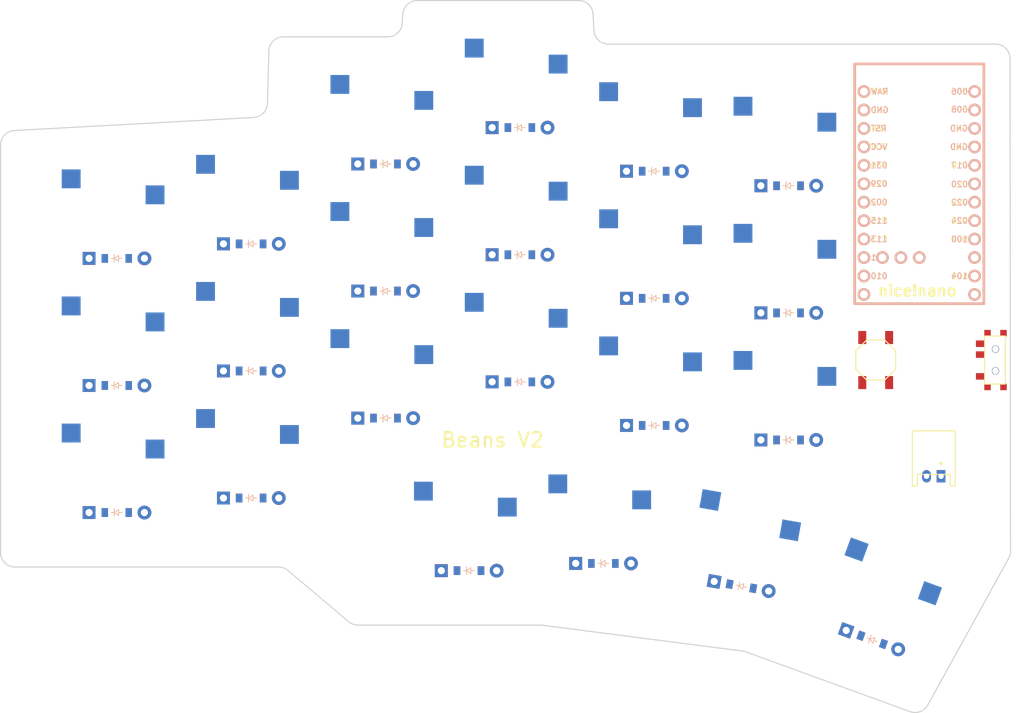
<source format=kicad_pcb>


(kicad_pcb (version 20171130) (host pcbnew 5.1.6)

  (page A3)
  (title_block
    (title "left")
    (rev "v1.0.0")
    (company "Unknown")
  )

  (general
    (thickness 1.6)
  )

  (layers
    (0 F.Cu signal)
    (31 B.Cu signal)
    (32 B.Adhes user)
    (33 F.Adhes user)
    (34 B.Paste user)
    (35 F.Paste user)
    (36 B.SilkS user)
    (37 F.SilkS user)
    (38 B.Mask user)
    (39 F.Mask user)
    (40 Dwgs.User user)
    (41 Cmts.User user)
    (42 Eco1.User user)
    (43 Eco2.User user)
    (44 Edge.Cuts user)
    (45 Margin user)
    (46 B.CrtYd user)
    (47 F.CrtYd user)
    (48 B.Fab user)
    (49 F.Fab user)
  )

  (setup
    (last_trace_width 0.25)
    (trace_clearance 0.2)
    (zone_clearance 0.508)
    (zone_45_only no)
    (trace_min 0.2)
    (via_size 0.8)
    (via_drill 0.4)
    (via_min_size 0.4)
    (via_min_drill 0.3)
    (uvia_size 0.3)
    (uvia_drill 0.1)
    (uvias_allowed no)
    (uvia_min_size 0.2)
    (uvia_min_drill 0.1)
    (edge_width 0.05)
    (segment_width 0.2)
    (pcb_text_width 0.3)
    (pcb_text_size 1.5 1.5)
    (mod_edge_width 0.12)
    (mod_text_size 1 1)
    (mod_text_width 0.15)
    (pad_size 1.524 1.524)
    (pad_drill 0.762)
    (pad_to_mask_clearance 0.05)
    (aux_axis_origin 0 0)
    (visible_elements FFFFFF7F)
    (pcbplotparams
      (layerselection 0x010fc_ffffffff)
      (usegerberextensions false)
      (usegerberattributes true)
      (usegerberadvancedattributes true)
      (creategerberjobfile true)
      (excludeedgelayer true)
      (linewidth 0.100000)
      (plotframeref false)
      (viasonmask false)
      (mode 1)
      (useauxorigin false)
      (hpglpennumber 1)
      (hpglpenspeed 20)
      (hpglpendiameter 15.000000)
      (psnegative false)
      (psa4output false)
      (plotreference true)
      (plotvalue true)
      (plotinvisibletext false)
      (padsonsilk false)
      (subtractmaskfromsilk false)
      (outputformat 1)
      (mirror false)
      (drillshape 1)
      (scaleselection 1)
      (outputdirectory ""))
  )

  (net 0 "")
(net 1 "P104")
(net 2 "first_bottom")
(net 3 "first_home")
(net 4 "first_top")
(net 5 "P113")
(net 6 "second_bottom")
(net 7 "second_home")
(net 8 "second_top")
(net 9 "P115")
(net 10 "third_bottom")
(net 11 "third_home")
(net 12 "third_top")
(net 13 "P002")
(net 14 "fourth_bottom")
(net 15 "fourth_home")
(net 16 "fourth_top")
(net 17 "P029")
(net 18 "fifth_bottom")
(net 19 "fifth_home")
(net 20 "fifth_top")
(net 21 "P031")
(net 22 "sixth_bottom")
(net 23 "sixth_home")
(net 24 "sixth_top")
(net 25 "first_only")
(net 26 "second_only")
(net 27 "third_only")
(net 28 "fourth_only")
(net 29 "P009")
(net 30 "P010")
(net 31 "P111")
(net 32 "P106")
(net 33 "RAW")
(net 34 "GND")
(net 35 "RST")
(net 36 "VCC")
(net 37 "P006")
(net 38 "P008")
(net 39 "P017")
(net 40 "P020")
(net 41 "P022")
(net 42 "P024")
(net 43 "P100")
(net 44 "P011")
(net 45 "P101")
(net 46 "P102")
(net 47 "P107")
(net 48 "pos")

  (net_class Default "This is the default net class."
    (clearance 0.2)
    (trace_width 0.25)
    (via_dia 0.8)
    (via_drill 0.4)
    (uvia_dia 0.3)
    (uvia_drill 0.1)
    (add_net "")
(add_net "P104")
(add_net "first_bottom")
(add_net "first_home")
(add_net "first_top")
(add_net "P113")
(add_net "second_bottom")
(add_net "second_home")
(add_net "second_top")
(add_net "P115")
(add_net "third_bottom")
(add_net "third_home")
(add_net "third_top")
(add_net "P002")
(add_net "fourth_bottom")
(add_net "fourth_home")
(add_net "fourth_top")
(add_net "P029")
(add_net "fifth_bottom")
(add_net "fifth_home")
(add_net "fifth_top")
(add_net "P031")
(add_net "sixth_bottom")
(add_net "sixth_home")
(add_net "sixth_top")
(add_net "first_only")
(add_net "second_only")
(add_net "third_only")
(add_net "fourth_only")
(add_net "P009")
(add_net "P010")
(add_net "P111")
(add_net "P106")
(add_net "RAW")
(add_net "GND")
(add_net "RST")
(add_net "VCC")
(add_net "P006")
(add_net "P008")
(add_net "P017")
(add_net "P020")
(add_net "P022")
(add_net "P024")
(add_net "P100")
(add_net "P011")
(add_net "P101")
(add_net "P102")
(add_net "P107")
(add_net "pos")
  )

  
        
      (module PG1350 (layer F.Cu) (tedit 5DD50112)
      (at 100 82.5 0)

      
      (fp_text reference "S1" (at 0 0) (layer F.SilkS) hide (effects (font (size 1.27 1.27) (thickness 0.15))))
      (fp_text value "" (at 0 0) (layer F.SilkS) hide (effects (font (size 1.27 1.27) (thickness 0.15))))

      
      (fp_line (start -7 -6) (end -7 -7) (layer Dwgs.User) (width 0.15))
      (fp_line (start -7 7) (end -6 7) (layer Dwgs.User) (width 0.15))
      (fp_line (start -6 -7) (end -7 -7) (layer Dwgs.User) (width 0.15))
      (fp_line (start -7 7) (end -7 6) (layer Dwgs.User) (width 0.15))
      (fp_line (start 7 6) (end 7 7) (layer Dwgs.User) (width 0.15))
      (fp_line (start 7 -7) (end 6 -7) (layer Dwgs.User) (width 0.15))
      (fp_line (start 6 7) (end 7 7) (layer Dwgs.User) (width 0.15))
      (fp_line (start 7 -7) (end 7 -6) (layer Dwgs.User) (width 0.15))      
      
      
      (pad "" np_thru_hole circle (at 0 0) (size 3.429 3.429) (drill 3.429) (layers *.Cu *.Mask))
        
      
      (pad "" np_thru_hole circle (at 5.5 0) (size 1.7018 1.7018) (drill 1.7018) (layers *.Cu *.Mask))
      (pad "" np_thru_hole circle (at -5.5 0) (size 1.7018 1.7018) (drill 1.7018) (layers *.Cu *.Mask))
      
        
      
      (fp_line (start -9 -8.5) (end 9 -8.5) (layer Dwgs.User) (width 0.15))
      (fp_line (start 9 -8.5) (end 9 8.5) (layer Dwgs.User) (width 0.15))
      (fp_line (start 9 8.5) (end -9 8.5) (layer Dwgs.User) (width 0.15))
      (fp_line (start -9 8.5) (end -9 -8.5) (layer Dwgs.User) (width 0.15))
      
        
          
          (pad "" np_thru_hole circle (at 5 -3.75) (size 3 3) (drill 3) (layers *.Cu *.Mask))
          (pad "" np_thru_hole circle (at 0 -5.95) (size 3 3) (drill 3) (layers *.Cu *.Mask))
      
          
          (pad 1 smd rect (at -3.275 -5.95 0) (size 2.6 2.6) (layers B.Cu B.Paste B.Mask)  (net 1 "P104"))
          (pad 2 smd rect (at 8.275 -3.75 0) (size 2.6 2.6) (layers B.Cu B.Paste B.Mask)  (net 2 "first_bottom"))
        )
        

        
      (module PG1350 (layer F.Cu) (tedit 5DD50112)
      (at 100 65 0)

      
      (fp_text reference "S2" (at 0 0) (layer F.SilkS) hide (effects (font (size 1.27 1.27) (thickness 0.15))))
      (fp_text value "" (at 0 0) (layer F.SilkS) hide (effects (font (size 1.27 1.27) (thickness 0.15))))

      
      (fp_line (start -7 -6) (end -7 -7) (layer Dwgs.User) (width 0.15))
      (fp_line (start -7 7) (end -6 7) (layer Dwgs.User) (width 0.15))
      (fp_line (start -6 -7) (end -7 -7) (layer Dwgs.User) (width 0.15))
      (fp_line (start -7 7) (end -7 6) (layer Dwgs.User) (width 0.15))
      (fp_line (start 7 6) (end 7 7) (layer Dwgs.User) (width 0.15))
      (fp_line (start 7 -7) (end 6 -7) (layer Dwgs.User) (width 0.15))
      (fp_line (start 6 7) (end 7 7) (layer Dwgs.User) (width 0.15))
      (fp_line (start 7 -7) (end 7 -6) (layer Dwgs.User) (width 0.15))      
      
      
      (pad "" np_thru_hole circle (at 0 0) (size 3.429 3.429) (drill 3.429) (layers *.Cu *.Mask))
        
      
      (pad "" np_thru_hole circle (at 5.5 0) (size 1.7018 1.7018) (drill 1.7018) (layers *.Cu *.Mask))
      (pad "" np_thru_hole circle (at -5.5 0) (size 1.7018 1.7018) (drill 1.7018) (layers *.Cu *.Mask))
      
        
      
      (fp_line (start -9 -8.5) (end 9 -8.5) (layer Dwgs.User) (width 0.15))
      (fp_line (start 9 -8.5) (end 9 8.5) (layer Dwgs.User) (width 0.15))
      (fp_line (start 9 8.5) (end -9 8.5) (layer Dwgs.User) (width 0.15))
      (fp_line (start -9 8.5) (end -9 -8.5) (layer Dwgs.User) (width 0.15))
      
        
          
          (pad "" np_thru_hole circle (at 5 -3.75) (size 3 3) (drill 3) (layers *.Cu *.Mask))
          (pad "" np_thru_hole circle (at 0 -5.95) (size 3 3) (drill 3) (layers *.Cu *.Mask))
      
          
          (pad 1 smd rect (at -3.275 -5.95 0) (size 2.6 2.6) (layers B.Cu B.Paste B.Mask)  (net 1 "P104"))
          (pad 2 smd rect (at 8.275 -3.75 0) (size 2.6 2.6) (layers B.Cu B.Paste B.Mask)  (net 3 "first_home"))
        )
        

        
      (module PG1350 (layer F.Cu) (tedit 5DD50112)
      (at 100 47.5 0)

      
      (fp_text reference "S3" (at 0 0) (layer F.SilkS) hide (effects (font (size 1.27 1.27) (thickness 0.15))))
      (fp_text value "" (at 0 0) (layer F.SilkS) hide (effects (font (size 1.27 1.27) (thickness 0.15))))

      
      (fp_line (start -7 -6) (end -7 -7) (layer Dwgs.User) (width 0.15))
      (fp_line (start -7 7) (end -6 7) (layer Dwgs.User) (width 0.15))
      (fp_line (start -6 -7) (end -7 -7) (layer Dwgs.User) (width 0.15))
      (fp_line (start -7 7) (end -7 6) (layer Dwgs.User) (width 0.15))
      (fp_line (start 7 6) (end 7 7) (layer Dwgs.User) (width 0.15))
      (fp_line (start 7 -7) (end 6 -7) (layer Dwgs.User) (width 0.15))
      (fp_line (start 6 7) (end 7 7) (layer Dwgs.User) (width 0.15))
      (fp_line (start 7 -7) (end 7 -6) (layer Dwgs.User) (width 0.15))      
      
      
      (pad "" np_thru_hole circle (at 0 0) (size 3.429 3.429) (drill 3.429) (layers *.Cu *.Mask))
        
      
      (pad "" np_thru_hole circle (at 5.5 0) (size 1.7018 1.7018) (drill 1.7018) (layers *.Cu *.Mask))
      (pad "" np_thru_hole circle (at -5.5 0) (size 1.7018 1.7018) (drill 1.7018) (layers *.Cu *.Mask))
      
        
      
      (fp_line (start -9 -8.5) (end 9 -8.5) (layer Dwgs.User) (width 0.15))
      (fp_line (start 9 -8.5) (end 9 8.5) (layer Dwgs.User) (width 0.15))
      (fp_line (start 9 8.5) (end -9 8.5) (layer Dwgs.User) (width 0.15))
      (fp_line (start -9 8.5) (end -9 -8.5) (layer Dwgs.User) (width 0.15))
      
        
          
          (pad "" np_thru_hole circle (at 5 -3.75) (size 3 3) (drill 3) (layers *.Cu *.Mask))
          (pad "" np_thru_hole circle (at 0 -5.95) (size 3 3) (drill 3) (layers *.Cu *.Mask))
      
          
          (pad 1 smd rect (at -3.275 -5.95 0) (size 2.6 2.6) (layers B.Cu B.Paste B.Mask)  (net 1 "P104"))
          (pad 2 smd rect (at 8.275 -3.75 0) (size 2.6 2.6) (layers B.Cu B.Paste B.Mask)  (net 4 "first_top"))
        )
        

        
      (module PG1350 (layer F.Cu) (tedit 5DD50112)
      (at 118.5 80.5 0)

      
      (fp_text reference "S4" (at 0 0) (layer F.SilkS) hide (effects (font (size 1.27 1.27) (thickness 0.15))))
      (fp_text value "" (at 0 0) (layer F.SilkS) hide (effects (font (size 1.27 1.27) (thickness 0.15))))

      
      (fp_line (start -7 -6) (end -7 -7) (layer Dwgs.User) (width 0.15))
      (fp_line (start -7 7) (end -6 7) (layer Dwgs.User) (width 0.15))
      (fp_line (start -6 -7) (end -7 -7) (layer Dwgs.User) (width 0.15))
      (fp_line (start -7 7) (end -7 6) (layer Dwgs.User) (width 0.15))
      (fp_line (start 7 6) (end 7 7) (layer Dwgs.User) (width 0.15))
      (fp_line (start 7 -7) (end 6 -7) (layer Dwgs.User) (width 0.15))
      (fp_line (start 6 7) (end 7 7) (layer Dwgs.User) (width 0.15))
      (fp_line (start 7 -7) (end 7 -6) (layer Dwgs.User) (width 0.15))      
      
      
      (pad "" np_thru_hole circle (at 0 0) (size 3.429 3.429) (drill 3.429) (layers *.Cu *.Mask))
        
      
      (pad "" np_thru_hole circle (at 5.5 0) (size 1.7018 1.7018) (drill 1.7018) (layers *.Cu *.Mask))
      (pad "" np_thru_hole circle (at -5.5 0) (size 1.7018 1.7018) (drill 1.7018) (layers *.Cu *.Mask))
      
        
      
      (fp_line (start -9 -8.5) (end 9 -8.5) (layer Dwgs.User) (width 0.15))
      (fp_line (start 9 -8.5) (end 9 8.5) (layer Dwgs.User) (width 0.15))
      (fp_line (start 9 8.5) (end -9 8.5) (layer Dwgs.User) (width 0.15))
      (fp_line (start -9 8.5) (end -9 -8.5) (layer Dwgs.User) (width 0.15))
      
        
          
          (pad "" np_thru_hole circle (at 5 -3.75) (size 3 3) (drill 3) (layers *.Cu *.Mask))
          (pad "" np_thru_hole circle (at 0 -5.95) (size 3 3) (drill 3) (layers *.Cu *.Mask))
      
          
          (pad 1 smd rect (at -3.275 -5.95 0) (size 2.6 2.6) (layers B.Cu B.Paste B.Mask)  (net 5 "P113"))
          (pad 2 smd rect (at 8.275 -3.75 0) (size 2.6 2.6) (layers B.Cu B.Paste B.Mask)  (net 6 "second_bottom"))
        )
        

        
      (module PG1350 (layer F.Cu) (tedit 5DD50112)
      (at 118.5 63 0)

      
      (fp_text reference "S5" (at 0 0) (layer F.SilkS) hide (effects (font (size 1.27 1.27) (thickness 0.15))))
      (fp_text value "" (at 0 0) (layer F.SilkS) hide (effects (font (size 1.27 1.27) (thickness 0.15))))

      
      (fp_line (start -7 -6) (end -7 -7) (layer Dwgs.User) (width 0.15))
      (fp_line (start -7 7) (end -6 7) (layer Dwgs.User) (width 0.15))
      (fp_line (start -6 -7) (end -7 -7) (layer Dwgs.User) (width 0.15))
      (fp_line (start -7 7) (end -7 6) (layer Dwgs.User) (width 0.15))
      (fp_line (start 7 6) (end 7 7) (layer Dwgs.User) (width 0.15))
      (fp_line (start 7 -7) (end 6 -7) (layer Dwgs.User) (width 0.15))
      (fp_line (start 6 7) (end 7 7) (layer Dwgs.User) (width 0.15))
      (fp_line (start 7 -7) (end 7 -6) (layer Dwgs.User) (width 0.15))      
      
      
      (pad "" np_thru_hole circle (at 0 0) (size 3.429 3.429) (drill 3.429) (layers *.Cu *.Mask))
        
      
      (pad "" np_thru_hole circle (at 5.5 0) (size 1.7018 1.7018) (drill 1.7018) (layers *.Cu *.Mask))
      (pad "" np_thru_hole circle (at -5.5 0) (size 1.7018 1.7018) (drill 1.7018) (layers *.Cu *.Mask))
      
        
      
      (fp_line (start -9 -8.5) (end 9 -8.5) (layer Dwgs.User) (width 0.15))
      (fp_line (start 9 -8.5) (end 9 8.5) (layer Dwgs.User) (width 0.15))
      (fp_line (start 9 8.5) (end -9 8.5) (layer Dwgs.User) (width 0.15))
      (fp_line (start -9 8.5) (end -9 -8.5) (layer Dwgs.User) (width 0.15))
      
        
          
          (pad "" np_thru_hole circle (at 5 -3.75) (size 3 3) (drill 3) (layers *.Cu *.Mask))
          (pad "" np_thru_hole circle (at 0 -5.95) (size 3 3) (drill 3) (layers *.Cu *.Mask))
      
          
          (pad 1 smd rect (at -3.275 -5.95 0) (size 2.6 2.6) (layers B.Cu B.Paste B.Mask)  (net 5 "P113"))
          (pad 2 smd rect (at 8.275 -3.75 0) (size 2.6 2.6) (layers B.Cu B.Paste B.Mask)  (net 7 "second_home"))
        )
        

        
      (module PG1350 (layer F.Cu) (tedit 5DD50112)
      (at 118.5 45.5 0)

      
      (fp_text reference "S6" (at 0 0) (layer F.SilkS) hide (effects (font (size 1.27 1.27) (thickness 0.15))))
      (fp_text value "" (at 0 0) (layer F.SilkS) hide (effects (font (size 1.27 1.27) (thickness 0.15))))

      
      (fp_line (start -7 -6) (end -7 -7) (layer Dwgs.User) (width 0.15))
      (fp_line (start -7 7) (end -6 7) (layer Dwgs.User) (width 0.15))
      (fp_line (start -6 -7) (end -7 -7) (layer Dwgs.User) (width 0.15))
      (fp_line (start -7 7) (end -7 6) (layer Dwgs.User) (width 0.15))
      (fp_line (start 7 6) (end 7 7) (layer Dwgs.User) (width 0.15))
      (fp_line (start 7 -7) (end 6 -7) (layer Dwgs.User) (width 0.15))
      (fp_line (start 6 7) (end 7 7) (layer Dwgs.User) (width 0.15))
      (fp_line (start 7 -7) (end 7 -6) (layer Dwgs.User) (width 0.15))      
      
      
      (pad "" np_thru_hole circle (at 0 0) (size 3.429 3.429) (drill 3.429) (layers *.Cu *.Mask))
        
      
      (pad "" np_thru_hole circle (at 5.5 0) (size 1.7018 1.7018) (drill 1.7018) (layers *.Cu *.Mask))
      (pad "" np_thru_hole circle (at -5.5 0) (size 1.7018 1.7018) (drill 1.7018) (layers *.Cu *.Mask))
      
        
      
      (fp_line (start -9 -8.5) (end 9 -8.5) (layer Dwgs.User) (width 0.15))
      (fp_line (start 9 -8.5) (end 9 8.5) (layer Dwgs.User) (width 0.15))
      (fp_line (start 9 8.5) (end -9 8.5) (layer Dwgs.User) (width 0.15))
      (fp_line (start -9 8.5) (end -9 -8.5) (layer Dwgs.User) (width 0.15))
      
        
          
          (pad "" np_thru_hole circle (at 5 -3.75) (size 3 3) (drill 3) (layers *.Cu *.Mask))
          (pad "" np_thru_hole circle (at 0 -5.95) (size 3 3) (drill 3) (layers *.Cu *.Mask))
      
          
          (pad 1 smd rect (at -3.275 -5.95 0) (size 2.6 2.6) (layers B.Cu B.Paste B.Mask)  (net 5 "P113"))
          (pad 2 smd rect (at 8.275 -3.75 0) (size 2.6 2.6) (layers B.Cu B.Paste B.Mask)  (net 8 "second_top"))
        )
        

        
      (module PG1350 (layer F.Cu) (tedit 5DD50112)
      (at 137 69.5 0)

      
      (fp_text reference "S7" (at 0 0) (layer F.SilkS) hide (effects (font (size 1.27 1.27) (thickness 0.15))))
      (fp_text value "" (at 0 0) (layer F.SilkS) hide (effects (font (size 1.27 1.27) (thickness 0.15))))

      
      (fp_line (start -7 -6) (end -7 -7) (layer Dwgs.User) (width 0.15))
      (fp_line (start -7 7) (end -6 7) (layer Dwgs.User) (width 0.15))
      (fp_line (start -6 -7) (end -7 -7) (layer Dwgs.User) (width 0.15))
      (fp_line (start -7 7) (end -7 6) (layer Dwgs.User) (width 0.15))
      (fp_line (start 7 6) (end 7 7) (layer Dwgs.User) (width 0.15))
      (fp_line (start 7 -7) (end 6 -7) (layer Dwgs.User) (width 0.15))
      (fp_line (start 6 7) (end 7 7) (layer Dwgs.User) (width 0.15))
      (fp_line (start 7 -7) (end 7 -6) (layer Dwgs.User) (width 0.15))      
      
      
      (pad "" np_thru_hole circle (at 0 0) (size 3.429 3.429) (drill 3.429) (layers *.Cu *.Mask))
        
      
      (pad "" np_thru_hole circle (at 5.5 0) (size 1.7018 1.7018) (drill 1.7018) (layers *.Cu *.Mask))
      (pad "" np_thru_hole circle (at -5.5 0) (size 1.7018 1.7018) (drill 1.7018) (layers *.Cu *.Mask))
      
        
      
      (fp_line (start -9 -8.5) (end 9 -8.5) (layer Dwgs.User) (width 0.15))
      (fp_line (start 9 -8.5) (end 9 8.5) (layer Dwgs.User) (width 0.15))
      (fp_line (start 9 8.5) (end -9 8.5) (layer Dwgs.User) (width 0.15))
      (fp_line (start -9 8.5) (end -9 -8.5) (layer Dwgs.User) (width 0.15))
      
        
          
          (pad "" np_thru_hole circle (at 5 -3.75) (size 3 3) (drill 3) (layers *.Cu *.Mask))
          (pad "" np_thru_hole circle (at 0 -5.95) (size 3 3) (drill 3) (layers *.Cu *.Mask))
      
          
          (pad 1 smd rect (at -3.275 -5.95 0) (size 2.6 2.6) (layers B.Cu B.Paste B.Mask)  (net 9 "P115"))
          (pad 2 smd rect (at 8.275 -3.75 0) (size 2.6 2.6) (layers B.Cu B.Paste B.Mask)  (net 10 "third_bottom"))
        )
        

        
      (module PG1350 (layer F.Cu) (tedit 5DD50112)
      (at 137 52 0)

      
      (fp_text reference "S8" (at 0 0) (layer F.SilkS) hide (effects (font (size 1.27 1.27) (thickness 0.15))))
      (fp_text value "" (at 0 0) (layer F.SilkS) hide (effects (font (size 1.27 1.27) (thickness 0.15))))

      
      (fp_line (start -7 -6) (end -7 -7) (layer Dwgs.User) (width 0.15))
      (fp_line (start -7 7) (end -6 7) (layer Dwgs.User) (width 0.15))
      (fp_line (start -6 -7) (end -7 -7) (layer Dwgs.User) (width 0.15))
      (fp_line (start -7 7) (end -7 6) (layer Dwgs.User) (width 0.15))
      (fp_line (start 7 6) (end 7 7) (layer Dwgs.User) (width 0.15))
      (fp_line (start 7 -7) (end 6 -7) (layer Dwgs.User) (width 0.15))
      (fp_line (start 6 7) (end 7 7) (layer Dwgs.User) (width 0.15))
      (fp_line (start 7 -7) (end 7 -6) (layer Dwgs.User) (width 0.15))      
      
      
      (pad "" np_thru_hole circle (at 0 0) (size 3.429 3.429) (drill 3.429) (layers *.Cu *.Mask))
        
      
      (pad "" np_thru_hole circle (at 5.5 0) (size 1.7018 1.7018) (drill 1.7018) (layers *.Cu *.Mask))
      (pad "" np_thru_hole circle (at -5.5 0) (size 1.7018 1.7018) (drill 1.7018) (layers *.Cu *.Mask))
      
        
      
      (fp_line (start -9 -8.5) (end 9 -8.5) (layer Dwgs.User) (width 0.15))
      (fp_line (start 9 -8.5) (end 9 8.5) (layer Dwgs.User) (width 0.15))
      (fp_line (start 9 8.5) (end -9 8.5) (layer Dwgs.User) (width 0.15))
      (fp_line (start -9 8.5) (end -9 -8.5) (layer Dwgs.User) (width 0.15))
      
        
          
          (pad "" np_thru_hole circle (at 5 -3.75) (size 3 3) (drill 3) (layers *.Cu *.Mask))
          (pad "" np_thru_hole circle (at 0 -5.95) (size 3 3) (drill 3) (layers *.Cu *.Mask))
      
          
          (pad 1 smd rect (at -3.275 -5.95 0) (size 2.6 2.6) (layers B.Cu B.Paste B.Mask)  (net 9 "P115"))
          (pad 2 smd rect (at 8.275 -3.75 0) (size 2.6 2.6) (layers B.Cu B.Paste B.Mask)  (net 11 "third_home"))
        )
        

        
      (module PG1350 (layer F.Cu) (tedit 5DD50112)
      (at 137 34.5 0)

      
      (fp_text reference "S9" (at 0 0) (layer F.SilkS) hide (effects (font (size 1.27 1.27) (thickness 0.15))))
      (fp_text value "" (at 0 0) (layer F.SilkS) hide (effects (font (size 1.27 1.27) (thickness 0.15))))

      
      (fp_line (start -7 -6) (end -7 -7) (layer Dwgs.User) (width 0.15))
      (fp_line (start -7 7) (end -6 7) (layer Dwgs.User) (width 0.15))
      (fp_line (start -6 -7) (end -7 -7) (layer Dwgs.User) (width 0.15))
      (fp_line (start -7 7) (end -7 6) (layer Dwgs.User) (width 0.15))
      (fp_line (start 7 6) (end 7 7) (layer Dwgs.User) (width 0.15))
      (fp_line (start 7 -7) (end 6 -7) (layer Dwgs.User) (width 0.15))
      (fp_line (start 6 7) (end 7 7) (layer Dwgs.User) (width 0.15))
      (fp_line (start 7 -7) (end 7 -6) (layer Dwgs.User) (width 0.15))      
      
      
      (pad "" np_thru_hole circle (at 0 0) (size 3.429 3.429) (drill 3.429) (layers *.Cu *.Mask))
        
      
      (pad "" np_thru_hole circle (at 5.5 0) (size 1.7018 1.7018) (drill 1.7018) (layers *.Cu *.Mask))
      (pad "" np_thru_hole circle (at -5.5 0) (size 1.7018 1.7018) (drill 1.7018) (layers *.Cu *.Mask))
      
        
      
      (fp_line (start -9 -8.5) (end 9 -8.5) (layer Dwgs.User) (width 0.15))
      (fp_line (start 9 -8.5) (end 9 8.5) (layer Dwgs.User) (width 0.15))
      (fp_line (start 9 8.5) (end -9 8.5) (layer Dwgs.User) (width 0.15))
      (fp_line (start -9 8.5) (end -9 -8.5) (layer Dwgs.User) (width 0.15))
      
        
          
          (pad "" np_thru_hole circle (at 5 -3.75) (size 3 3) (drill 3) (layers *.Cu *.Mask))
          (pad "" np_thru_hole circle (at 0 -5.95) (size 3 3) (drill 3) (layers *.Cu *.Mask))
      
          
          (pad 1 smd rect (at -3.275 -5.95 0) (size 2.6 2.6) (layers B.Cu B.Paste B.Mask)  (net 9 "P115"))
          (pad 2 smd rect (at 8.275 -3.75 0) (size 2.6 2.6) (layers B.Cu B.Paste B.Mask)  (net 12 "third_top"))
        )
        

        
      (module PG1350 (layer F.Cu) (tedit 5DD50112)
      (at 155.5 64.5 0)

      
      (fp_text reference "S10" (at 0 0) (layer F.SilkS) hide (effects (font (size 1.27 1.27) (thickness 0.15))))
      (fp_text value "" (at 0 0) (layer F.SilkS) hide (effects (font (size 1.27 1.27) (thickness 0.15))))

      
      (fp_line (start -7 -6) (end -7 -7) (layer Dwgs.User) (width 0.15))
      (fp_line (start -7 7) (end -6 7) (layer Dwgs.User) (width 0.15))
      (fp_line (start -6 -7) (end -7 -7) (layer Dwgs.User) (width 0.15))
      (fp_line (start -7 7) (end -7 6) (layer Dwgs.User) (width 0.15))
      (fp_line (start 7 6) (end 7 7) (layer Dwgs.User) (width 0.15))
      (fp_line (start 7 -7) (end 6 -7) (layer Dwgs.User) (width 0.15))
      (fp_line (start 6 7) (end 7 7) (layer Dwgs.User) (width 0.15))
      (fp_line (start 7 -7) (end 7 -6) (layer Dwgs.User) (width 0.15))      
      
      
      (pad "" np_thru_hole circle (at 0 0) (size 3.429 3.429) (drill 3.429) (layers *.Cu *.Mask))
        
      
      (pad "" np_thru_hole circle (at 5.5 0) (size 1.7018 1.7018) (drill 1.7018) (layers *.Cu *.Mask))
      (pad "" np_thru_hole circle (at -5.5 0) (size 1.7018 1.7018) (drill 1.7018) (layers *.Cu *.Mask))
      
        
      
      (fp_line (start -9 -8.5) (end 9 -8.5) (layer Dwgs.User) (width 0.15))
      (fp_line (start 9 -8.5) (end 9 8.5) (layer Dwgs.User) (width 0.15))
      (fp_line (start 9 8.5) (end -9 8.5) (layer Dwgs.User) (width 0.15))
      (fp_line (start -9 8.5) (end -9 -8.5) (layer Dwgs.User) (width 0.15))
      
        
          
          (pad "" np_thru_hole circle (at 5 -3.75) (size 3 3) (drill 3) (layers *.Cu *.Mask))
          (pad "" np_thru_hole circle (at 0 -5.95) (size 3 3) (drill 3) (layers *.Cu *.Mask))
      
          
          (pad 1 smd rect (at -3.275 -5.95 0) (size 2.6 2.6) (layers B.Cu B.Paste B.Mask)  (net 13 "P002"))
          (pad 2 smd rect (at 8.275 -3.75 0) (size 2.6 2.6) (layers B.Cu B.Paste B.Mask)  (net 14 "fourth_bottom"))
        )
        

        
      (module PG1350 (layer F.Cu) (tedit 5DD50112)
      (at 155.5 47 0)

      
      (fp_text reference "S11" (at 0 0) (layer F.SilkS) hide (effects (font (size 1.27 1.27) (thickness 0.15))))
      (fp_text value "" (at 0 0) (layer F.SilkS) hide (effects (font (size 1.27 1.27) (thickness 0.15))))

      
      (fp_line (start -7 -6) (end -7 -7) (layer Dwgs.User) (width 0.15))
      (fp_line (start -7 7) (end -6 7) (layer Dwgs.User) (width 0.15))
      (fp_line (start -6 -7) (end -7 -7) (layer Dwgs.User) (width 0.15))
      (fp_line (start -7 7) (end -7 6) (layer Dwgs.User) (width 0.15))
      (fp_line (start 7 6) (end 7 7) (layer Dwgs.User) (width 0.15))
      (fp_line (start 7 -7) (end 6 -7) (layer Dwgs.User) (width 0.15))
      (fp_line (start 6 7) (end 7 7) (layer Dwgs.User) (width 0.15))
      (fp_line (start 7 -7) (end 7 -6) (layer Dwgs.User) (width 0.15))      
      
      
      (pad "" np_thru_hole circle (at 0 0) (size 3.429 3.429) (drill 3.429) (layers *.Cu *.Mask))
        
      
      (pad "" np_thru_hole circle (at 5.5 0) (size 1.7018 1.7018) (drill 1.7018) (layers *.Cu *.Mask))
      (pad "" np_thru_hole circle (at -5.5 0) (size 1.7018 1.7018) (drill 1.7018) (layers *.Cu *.Mask))
      
        
      
      (fp_line (start -9 -8.5) (end 9 -8.5) (layer Dwgs.User) (width 0.15))
      (fp_line (start 9 -8.5) (end 9 8.5) (layer Dwgs.User) (width 0.15))
      (fp_line (start 9 8.5) (end -9 8.5) (layer Dwgs.User) (width 0.15))
      (fp_line (start -9 8.5) (end -9 -8.5) (layer Dwgs.User) (width 0.15))
      
        
          
          (pad "" np_thru_hole circle (at 5 -3.75) (size 3 3) (drill 3) (layers *.Cu *.Mask))
          (pad "" np_thru_hole circle (at 0 -5.95) (size 3 3) (drill 3) (layers *.Cu *.Mask))
      
          
          (pad 1 smd rect (at -3.275 -5.95 0) (size 2.6 2.6) (layers B.Cu B.Paste B.Mask)  (net 13 "P002"))
          (pad 2 smd rect (at 8.275 -3.75 0) (size 2.6 2.6) (layers B.Cu B.Paste B.Mask)  (net 15 "fourth_home"))
        )
        

        
      (module PG1350 (layer F.Cu) (tedit 5DD50112)
      (at 155.5 29.5 0)

      
      (fp_text reference "S12" (at 0 0) (layer F.SilkS) hide (effects (font (size 1.27 1.27) (thickness 0.15))))
      (fp_text value "" (at 0 0) (layer F.SilkS) hide (effects (font (size 1.27 1.27) (thickness 0.15))))

      
      (fp_line (start -7 -6) (end -7 -7) (layer Dwgs.User) (width 0.15))
      (fp_line (start -7 7) (end -6 7) (layer Dwgs.User) (width 0.15))
      (fp_line (start -6 -7) (end -7 -7) (layer Dwgs.User) (width 0.15))
      (fp_line (start -7 7) (end -7 6) (layer Dwgs.User) (width 0.15))
      (fp_line (start 7 6) (end 7 7) (layer Dwgs.User) (width 0.15))
      (fp_line (start 7 -7) (end 6 -7) (layer Dwgs.User) (width 0.15))
      (fp_line (start 6 7) (end 7 7) (layer Dwgs.User) (width 0.15))
      (fp_line (start 7 -7) (end 7 -6) (layer Dwgs.User) (width 0.15))      
      
      
      (pad "" np_thru_hole circle (at 0 0) (size 3.429 3.429) (drill 3.429) (layers *.Cu *.Mask))
        
      
      (pad "" np_thru_hole circle (at 5.5 0) (size 1.7018 1.7018) (drill 1.7018) (layers *.Cu *.Mask))
      (pad "" np_thru_hole circle (at -5.5 0) (size 1.7018 1.7018) (drill 1.7018) (layers *.Cu *.Mask))
      
        
      
      (fp_line (start -9 -8.5) (end 9 -8.5) (layer Dwgs.User) (width 0.15))
      (fp_line (start 9 -8.5) (end 9 8.5) (layer Dwgs.User) (width 0.15))
      (fp_line (start 9 8.5) (end -9 8.5) (layer Dwgs.User) (width 0.15))
      (fp_line (start -9 8.5) (end -9 -8.5) (layer Dwgs.User) (width 0.15))
      
        
          
          (pad "" np_thru_hole circle (at 5 -3.75) (size 3 3) (drill 3) (layers *.Cu *.Mask))
          (pad "" np_thru_hole circle (at 0 -5.95) (size 3 3) (drill 3) (layers *.Cu *.Mask))
      
          
          (pad 1 smd rect (at -3.275 -5.95 0) (size 2.6 2.6) (layers B.Cu B.Paste B.Mask)  (net 13 "P002"))
          (pad 2 smd rect (at 8.275 -3.75 0) (size 2.6 2.6) (layers B.Cu B.Paste B.Mask)  (net 16 "fourth_top"))
        )
        

        
      (module PG1350 (layer F.Cu) (tedit 5DD50112)
      (at 174 70.5 0)

      
      (fp_text reference "S13" (at 0 0) (layer F.SilkS) hide (effects (font (size 1.27 1.27) (thickness 0.15))))
      (fp_text value "" (at 0 0) (layer F.SilkS) hide (effects (font (size 1.27 1.27) (thickness 0.15))))

      
      (fp_line (start -7 -6) (end -7 -7) (layer Dwgs.User) (width 0.15))
      (fp_line (start -7 7) (end -6 7) (layer Dwgs.User) (width 0.15))
      (fp_line (start -6 -7) (end -7 -7) (layer Dwgs.User) (width 0.15))
      (fp_line (start -7 7) (end -7 6) (layer Dwgs.User) (width 0.15))
      (fp_line (start 7 6) (end 7 7) (layer Dwgs.User) (width 0.15))
      (fp_line (start 7 -7) (end 6 -7) (layer Dwgs.User) (width 0.15))
      (fp_line (start 6 7) (end 7 7) (layer Dwgs.User) (width 0.15))
      (fp_line (start 7 -7) (end 7 -6) (layer Dwgs.User) (width 0.15))      
      
      
      (pad "" np_thru_hole circle (at 0 0) (size 3.429 3.429) (drill 3.429) (layers *.Cu *.Mask))
        
      
      (pad "" np_thru_hole circle (at 5.5 0) (size 1.7018 1.7018) (drill 1.7018) (layers *.Cu *.Mask))
      (pad "" np_thru_hole circle (at -5.5 0) (size 1.7018 1.7018) (drill 1.7018) (layers *.Cu *.Mask))
      
        
      
      (fp_line (start -9 -8.5) (end 9 -8.5) (layer Dwgs.User) (width 0.15))
      (fp_line (start 9 -8.5) (end 9 8.5) (layer Dwgs.User) (width 0.15))
      (fp_line (start 9 8.5) (end -9 8.5) (layer Dwgs.User) (width 0.15))
      (fp_line (start -9 8.5) (end -9 -8.5) (layer Dwgs.User) (width 0.15))
      
        
          
          (pad "" np_thru_hole circle (at 5 -3.75) (size 3 3) (drill 3) (layers *.Cu *.Mask))
          (pad "" np_thru_hole circle (at 0 -5.95) (size 3 3) (drill 3) (layers *.Cu *.Mask))
      
          
          (pad 1 smd rect (at -3.275 -5.95 0) (size 2.6 2.6) (layers B.Cu B.Paste B.Mask)  (net 17 "P029"))
          (pad 2 smd rect (at 8.275 -3.75 0) (size 2.6 2.6) (layers B.Cu B.Paste B.Mask)  (net 18 "fifth_bottom"))
        )
        

        
      (module PG1350 (layer F.Cu) (tedit 5DD50112)
      (at 174 53 0)

      
      (fp_text reference "S14" (at 0 0) (layer F.SilkS) hide (effects (font (size 1.27 1.27) (thickness 0.15))))
      (fp_text value "" (at 0 0) (layer F.SilkS) hide (effects (font (size 1.27 1.27) (thickness 0.15))))

      
      (fp_line (start -7 -6) (end -7 -7) (layer Dwgs.User) (width 0.15))
      (fp_line (start -7 7) (end -6 7) (layer Dwgs.User) (width 0.15))
      (fp_line (start -6 -7) (end -7 -7) (layer Dwgs.User) (width 0.15))
      (fp_line (start -7 7) (end -7 6) (layer Dwgs.User) (width 0.15))
      (fp_line (start 7 6) (end 7 7) (layer Dwgs.User) (width 0.15))
      (fp_line (start 7 -7) (end 6 -7) (layer Dwgs.User) (width 0.15))
      (fp_line (start 6 7) (end 7 7) (layer Dwgs.User) (width 0.15))
      (fp_line (start 7 -7) (end 7 -6) (layer Dwgs.User) (width 0.15))      
      
      
      (pad "" np_thru_hole circle (at 0 0) (size 3.429 3.429) (drill 3.429) (layers *.Cu *.Mask))
        
      
      (pad "" np_thru_hole circle (at 5.5 0) (size 1.7018 1.7018) (drill 1.7018) (layers *.Cu *.Mask))
      (pad "" np_thru_hole circle (at -5.5 0) (size 1.7018 1.7018) (drill 1.7018) (layers *.Cu *.Mask))
      
        
      
      (fp_line (start -9 -8.5) (end 9 -8.5) (layer Dwgs.User) (width 0.15))
      (fp_line (start 9 -8.5) (end 9 8.5) (layer Dwgs.User) (width 0.15))
      (fp_line (start 9 8.5) (end -9 8.5) (layer Dwgs.User) (width 0.15))
      (fp_line (start -9 8.5) (end -9 -8.5) (layer Dwgs.User) (width 0.15))
      
        
          
          (pad "" np_thru_hole circle (at 5 -3.75) (size 3 3) (drill 3) (layers *.Cu *.Mask))
          (pad "" np_thru_hole circle (at 0 -5.95) (size 3 3) (drill 3) (layers *.Cu *.Mask))
      
          
          (pad 1 smd rect (at -3.275 -5.95 0) (size 2.6 2.6) (layers B.Cu B.Paste B.Mask)  (net 17 "P029"))
          (pad 2 smd rect (at 8.275 -3.75 0) (size 2.6 2.6) (layers B.Cu B.Paste B.Mask)  (net 19 "fifth_home"))
        )
        

        
      (module PG1350 (layer F.Cu) (tedit 5DD50112)
      (at 174 35.5 0)

      
      (fp_text reference "S15" (at 0 0) (layer F.SilkS) hide (effects (font (size 1.27 1.27) (thickness 0.15))))
      (fp_text value "" (at 0 0) (layer F.SilkS) hide (effects (font (size 1.27 1.27) (thickness 0.15))))

      
      (fp_line (start -7 -6) (end -7 -7) (layer Dwgs.User) (width 0.15))
      (fp_line (start -7 7) (end -6 7) (layer Dwgs.User) (width 0.15))
      (fp_line (start -6 -7) (end -7 -7) (layer Dwgs.User) (width 0.15))
      (fp_line (start -7 7) (end -7 6) (layer Dwgs.User) (width 0.15))
      (fp_line (start 7 6) (end 7 7) (layer Dwgs.User) (width 0.15))
      (fp_line (start 7 -7) (end 6 -7) (layer Dwgs.User) (width 0.15))
      (fp_line (start 6 7) (end 7 7) (layer Dwgs.User) (width 0.15))
      (fp_line (start 7 -7) (end 7 -6) (layer Dwgs.User) (width 0.15))      
      
      
      (pad "" np_thru_hole circle (at 0 0) (size 3.429 3.429) (drill 3.429) (layers *.Cu *.Mask))
        
      
      (pad "" np_thru_hole circle (at 5.5 0) (size 1.7018 1.7018) (drill 1.7018) (layers *.Cu *.Mask))
      (pad "" np_thru_hole circle (at -5.5 0) (size 1.7018 1.7018) (drill 1.7018) (layers *.Cu *.Mask))
      
        
      
      (fp_line (start -9 -8.5) (end 9 -8.5) (layer Dwgs.User) (width 0.15))
      (fp_line (start 9 -8.5) (end 9 8.5) (layer Dwgs.User) (width 0.15))
      (fp_line (start 9 8.5) (end -9 8.5) (layer Dwgs.User) (width 0.15))
      (fp_line (start -9 8.5) (end -9 -8.5) (layer Dwgs.User) (width 0.15))
      
        
          
          (pad "" np_thru_hole circle (at 5 -3.75) (size 3 3) (drill 3) (layers *.Cu *.Mask))
          (pad "" np_thru_hole circle (at 0 -5.95) (size 3 3) (drill 3) (layers *.Cu *.Mask))
      
          
          (pad 1 smd rect (at -3.275 -5.95 0) (size 2.6 2.6) (layers B.Cu B.Paste B.Mask)  (net 17 "P029"))
          (pad 2 smd rect (at 8.275 -3.75 0) (size 2.6 2.6) (layers B.Cu B.Paste B.Mask)  (net 20 "fifth_top"))
        )
        

        
      (module PG1350 (layer F.Cu) (tedit 5DD50112)
      (at 192.5 72.5 0)

      
      (fp_text reference "S16" (at 0 0) (layer F.SilkS) hide (effects (font (size 1.27 1.27) (thickness 0.15))))
      (fp_text value "" (at 0 0) (layer F.SilkS) hide (effects (font (size 1.27 1.27) (thickness 0.15))))

      
      (fp_line (start -7 -6) (end -7 -7) (layer Dwgs.User) (width 0.15))
      (fp_line (start -7 7) (end -6 7) (layer Dwgs.User) (width 0.15))
      (fp_line (start -6 -7) (end -7 -7) (layer Dwgs.User) (width 0.15))
      (fp_line (start -7 7) (end -7 6) (layer Dwgs.User) (width 0.15))
      (fp_line (start 7 6) (end 7 7) (layer Dwgs.User) (width 0.15))
      (fp_line (start 7 -7) (end 6 -7) (layer Dwgs.User) (width 0.15))
      (fp_line (start 6 7) (end 7 7) (layer Dwgs.User) (width 0.15))
      (fp_line (start 7 -7) (end 7 -6) (layer Dwgs.User) (width 0.15))      
      
      
      (pad "" np_thru_hole circle (at 0 0) (size 3.429 3.429) (drill 3.429) (layers *.Cu *.Mask))
        
      
      (pad "" np_thru_hole circle (at 5.5 0) (size 1.7018 1.7018) (drill 1.7018) (layers *.Cu *.Mask))
      (pad "" np_thru_hole circle (at -5.5 0) (size 1.7018 1.7018) (drill 1.7018) (layers *.Cu *.Mask))
      
        
      
      (fp_line (start -9 -8.5) (end 9 -8.5) (layer Dwgs.User) (width 0.15))
      (fp_line (start 9 -8.5) (end 9 8.5) (layer Dwgs.User) (width 0.15))
      (fp_line (start 9 8.5) (end -9 8.5) (layer Dwgs.User) (width 0.15))
      (fp_line (start -9 8.5) (end -9 -8.5) (layer Dwgs.User) (width 0.15))
      
        
          
          (pad "" np_thru_hole circle (at 5 -3.75) (size 3 3) (drill 3) (layers *.Cu *.Mask))
          (pad "" np_thru_hole circle (at 0 -5.95) (size 3 3) (drill 3) (layers *.Cu *.Mask))
      
          
          (pad 1 smd rect (at -3.275 -5.95 0) (size 2.6 2.6) (layers B.Cu B.Paste B.Mask)  (net 21 "P031"))
          (pad 2 smd rect (at 8.275 -3.75 0) (size 2.6 2.6) (layers B.Cu B.Paste B.Mask)  (net 22 "sixth_bottom"))
        )
        

        
      (module PG1350 (layer F.Cu) (tedit 5DD50112)
      (at 192.5 55 0)

      
      (fp_text reference "S17" (at 0 0) (layer F.SilkS) hide (effects (font (size 1.27 1.27) (thickness 0.15))))
      (fp_text value "" (at 0 0) (layer F.SilkS) hide (effects (font (size 1.27 1.27) (thickness 0.15))))

      
      (fp_line (start -7 -6) (end -7 -7) (layer Dwgs.User) (width 0.15))
      (fp_line (start -7 7) (end -6 7) (layer Dwgs.User) (width 0.15))
      (fp_line (start -6 -7) (end -7 -7) (layer Dwgs.User) (width 0.15))
      (fp_line (start -7 7) (end -7 6) (layer Dwgs.User) (width 0.15))
      (fp_line (start 7 6) (end 7 7) (layer Dwgs.User) (width 0.15))
      (fp_line (start 7 -7) (end 6 -7) (layer Dwgs.User) (width 0.15))
      (fp_line (start 6 7) (end 7 7) (layer Dwgs.User) (width 0.15))
      (fp_line (start 7 -7) (end 7 -6) (layer Dwgs.User) (width 0.15))      
      
      
      (pad "" np_thru_hole circle (at 0 0) (size 3.429 3.429) (drill 3.429) (layers *.Cu *.Mask))
        
      
      (pad "" np_thru_hole circle (at 5.5 0) (size 1.7018 1.7018) (drill 1.7018) (layers *.Cu *.Mask))
      (pad "" np_thru_hole circle (at -5.5 0) (size 1.7018 1.7018) (drill 1.7018) (layers *.Cu *.Mask))
      
        
      
      (fp_line (start -9 -8.5) (end 9 -8.5) (layer Dwgs.User) (width 0.15))
      (fp_line (start 9 -8.5) (end 9 8.5) (layer Dwgs.User) (width 0.15))
      (fp_line (start 9 8.5) (end -9 8.5) (layer Dwgs.User) (width 0.15))
      (fp_line (start -9 8.5) (end -9 -8.5) (layer Dwgs.User) (width 0.15))
      
        
          
          (pad "" np_thru_hole circle (at 5 -3.75) (size 3 3) (drill 3) (layers *.Cu *.Mask))
          (pad "" np_thru_hole circle (at 0 -5.95) (size 3 3) (drill 3) (layers *.Cu *.Mask))
      
          
          (pad 1 smd rect (at -3.275 -5.95 0) (size 2.6 2.6) (layers B.Cu B.Paste B.Mask)  (net 21 "P031"))
          (pad 2 smd rect (at 8.275 -3.75 0) (size 2.6 2.6) (layers B.Cu B.Paste B.Mask)  (net 23 "sixth_home"))
        )
        

        
      (module PG1350 (layer F.Cu) (tedit 5DD50112)
      (at 192.5 37.5 0)

      
      (fp_text reference "S18" (at 0 0) (layer F.SilkS) hide (effects (font (size 1.27 1.27) (thickness 0.15))))
      (fp_text value "" (at 0 0) (layer F.SilkS) hide (effects (font (size 1.27 1.27) (thickness 0.15))))

      
      (fp_line (start -7 -6) (end -7 -7) (layer Dwgs.User) (width 0.15))
      (fp_line (start -7 7) (end -6 7) (layer Dwgs.User) (width 0.15))
      (fp_line (start -6 -7) (end -7 -7) (layer Dwgs.User) (width 0.15))
      (fp_line (start -7 7) (end -7 6) (layer Dwgs.User) (width 0.15))
      (fp_line (start 7 6) (end 7 7) (layer Dwgs.User) (width 0.15))
      (fp_line (start 7 -7) (end 6 -7) (layer Dwgs.User) (width 0.15))
      (fp_line (start 6 7) (end 7 7) (layer Dwgs.User) (width 0.15))
      (fp_line (start 7 -7) (end 7 -6) (layer Dwgs.User) (width 0.15))      
      
      
      (pad "" np_thru_hole circle (at 0 0) (size 3.429 3.429) (drill 3.429) (layers *.Cu *.Mask))
        
      
      (pad "" np_thru_hole circle (at 5.5 0) (size 1.7018 1.7018) (drill 1.7018) (layers *.Cu *.Mask))
      (pad "" np_thru_hole circle (at -5.5 0) (size 1.7018 1.7018) (drill 1.7018) (layers *.Cu *.Mask))
      
        
      
      (fp_line (start -9 -8.5) (end 9 -8.5) (layer Dwgs.User) (width 0.15))
      (fp_line (start 9 -8.5) (end 9 8.5) (layer Dwgs.User) (width 0.15))
      (fp_line (start 9 8.5) (end -9 8.5) (layer Dwgs.User) (width 0.15))
      (fp_line (start -9 8.5) (end -9 -8.5) (layer Dwgs.User) (width 0.15))
      
        
          
          (pad "" np_thru_hole circle (at 5 -3.75) (size 3 3) (drill 3) (layers *.Cu *.Mask))
          (pad "" np_thru_hole circle (at 0 -5.95) (size 3 3) (drill 3) (layers *.Cu *.Mask))
      
          
          (pad 1 smd rect (at -3.275 -5.95 0) (size 2.6 2.6) (layers B.Cu B.Paste B.Mask)  (net 21 "P031"))
          (pad 2 smd rect (at 8.275 -3.75 0) (size 2.6 2.6) (layers B.Cu B.Paste B.Mask)  (net 24 "sixth_top"))
        )
        

        
      (module PG1350 (layer F.Cu) (tedit 5DD50112)
      (at 148.5 90.5 0)

      
      (fp_text reference "S19" (at 0 0) (layer F.SilkS) hide (effects (font (size 1.27 1.27) (thickness 0.15))))
      (fp_text value "" (at 0 0) (layer F.SilkS) hide (effects (font (size 1.27 1.27) (thickness 0.15))))

      
      (fp_line (start -7 -6) (end -7 -7) (layer Dwgs.User) (width 0.15))
      (fp_line (start -7 7) (end -6 7) (layer Dwgs.User) (width 0.15))
      (fp_line (start -6 -7) (end -7 -7) (layer Dwgs.User) (width 0.15))
      (fp_line (start -7 7) (end -7 6) (layer Dwgs.User) (width 0.15))
      (fp_line (start 7 6) (end 7 7) (layer Dwgs.User) (width 0.15))
      (fp_line (start 7 -7) (end 6 -7) (layer Dwgs.User) (width 0.15))
      (fp_line (start 6 7) (end 7 7) (layer Dwgs.User) (width 0.15))
      (fp_line (start 7 -7) (end 7 -6) (layer Dwgs.User) (width 0.15))      
      
      
      (pad "" np_thru_hole circle (at 0 0) (size 3.429 3.429) (drill 3.429) (layers *.Cu *.Mask))
        
      
      (pad "" np_thru_hole circle (at 5.5 0) (size 1.7018 1.7018) (drill 1.7018) (layers *.Cu *.Mask))
      (pad "" np_thru_hole circle (at -5.5 0) (size 1.7018 1.7018) (drill 1.7018) (layers *.Cu *.Mask))
      
        
      
      (fp_line (start -9 -8.5) (end 9 -8.5) (layer Dwgs.User) (width 0.15))
      (fp_line (start 9 -8.5) (end 9 8.5) (layer Dwgs.User) (width 0.15))
      (fp_line (start 9 8.5) (end -9 8.5) (layer Dwgs.User) (width 0.15))
      (fp_line (start -9 8.5) (end -9 -8.5) (layer Dwgs.User) (width 0.15))
      
        
          
          (pad "" np_thru_hole circle (at 5 -3.75) (size 3 3) (drill 3) (layers *.Cu *.Mask))
          (pad "" np_thru_hole circle (at 0 -5.95) (size 3 3) (drill 3) (layers *.Cu *.Mask))
      
          
          (pad 1 smd rect (at -3.275 -5.95 0) (size 2.6 2.6) (layers B.Cu B.Paste B.Mask)  (net 9 "P115"))
          (pad 2 smd rect (at 8.275 -3.75 0) (size 2.6 2.6) (layers B.Cu B.Paste B.Mask)  (net 25 "first_only"))
        )
        

        
      (module PG1350 (layer F.Cu) (tedit 5DD50112)
      (at 167 89.5 0)

      
      (fp_text reference "S20" (at 0 0) (layer F.SilkS) hide (effects (font (size 1.27 1.27) (thickness 0.15))))
      (fp_text value "" (at 0 0) (layer F.SilkS) hide (effects (font (size 1.27 1.27) (thickness 0.15))))

      
      (fp_line (start -7 -6) (end -7 -7) (layer Dwgs.User) (width 0.15))
      (fp_line (start -7 7) (end -6 7) (layer Dwgs.User) (width 0.15))
      (fp_line (start -6 -7) (end -7 -7) (layer Dwgs.User) (width 0.15))
      (fp_line (start -7 7) (end -7 6) (layer Dwgs.User) (width 0.15))
      (fp_line (start 7 6) (end 7 7) (layer Dwgs.User) (width 0.15))
      (fp_line (start 7 -7) (end 6 -7) (layer Dwgs.User) (width 0.15))
      (fp_line (start 6 7) (end 7 7) (layer Dwgs.User) (width 0.15))
      (fp_line (start 7 -7) (end 7 -6) (layer Dwgs.User) (width 0.15))      
      
      
      (pad "" np_thru_hole circle (at 0 0) (size 3.429 3.429) (drill 3.429) (layers *.Cu *.Mask))
        
      
      (pad "" np_thru_hole circle (at 5.5 0) (size 1.7018 1.7018) (drill 1.7018) (layers *.Cu *.Mask))
      (pad "" np_thru_hole circle (at -5.5 0) (size 1.7018 1.7018) (drill 1.7018) (layers *.Cu *.Mask))
      
        
      
      (fp_line (start -9 -8.5) (end 9 -8.5) (layer Dwgs.User) (width 0.15))
      (fp_line (start 9 -8.5) (end 9 8.5) (layer Dwgs.User) (width 0.15))
      (fp_line (start 9 8.5) (end -9 8.5) (layer Dwgs.User) (width 0.15))
      (fp_line (start -9 8.5) (end -9 -8.5) (layer Dwgs.User) (width 0.15))
      
        
          
          (pad "" np_thru_hole circle (at 5 -3.75) (size 3 3) (drill 3) (layers *.Cu *.Mask))
          (pad "" np_thru_hole circle (at 0 -5.95) (size 3 3) (drill 3) (layers *.Cu *.Mask))
      
          
          (pad 1 smd rect (at -3.275 -5.95 0) (size 2.6 2.6) (layers B.Cu B.Paste B.Mask)  (net 13 "P002"))
          (pad 2 smd rect (at 8.275 -3.75 0) (size 2.6 2.6) (layers B.Cu B.Paste B.Mask)  (net 26 "second_only"))
        )
        

        
      (module PG1350 (layer F.Cu) (tedit 5DD50112)
      (at 186.9261034 92.19956379999999 -10)

      
      (fp_text reference "S21" (at 0 0) (layer F.SilkS) hide (effects (font (size 1.27 1.27) (thickness 0.15))))
      (fp_text value "" (at 0 0) (layer F.SilkS) hide (effects (font (size 1.27 1.27) (thickness 0.15))))

      
      (fp_line (start -7 -6) (end -7 -7) (layer Dwgs.User) (width 0.15))
      (fp_line (start -7 7) (end -6 7) (layer Dwgs.User) (width 0.15))
      (fp_line (start -6 -7) (end -7 -7) (layer Dwgs.User) (width 0.15))
      (fp_line (start -7 7) (end -7 6) (layer Dwgs.User) (width 0.15))
      (fp_line (start 7 6) (end 7 7) (layer Dwgs.User) (width 0.15))
      (fp_line (start 7 -7) (end 6 -7) (layer Dwgs.User) (width 0.15))
      (fp_line (start 6 7) (end 7 7) (layer Dwgs.User) (width 0.15))
      (fp_line (start 7 -7) (end 7 -6) (layer Dwgs.User) (width 0.15))      
      
      
      (pad "" np_thru_hole circle (at 0 0) (size 3.429 3.429) (drill 3.429) (layers *.Cu *.Mask))
        
      
      (pad "" np_thru_hole circle (at 5.5 0) (size 1.7018 1.7018) (drill 1.7018) (layers *.Cu *.Mask))
      (pad "" np_thru_hole circle (at -5.5 0) (size 1.7018 1.7018) (drill 1.7018) (layers *.Cu *.Mask))
      
        
      
      (fp_line (start -9 -8.5) (end 9 -8.5) (layer Dwgs.User) (width 0.15))
      (fp_line (start 9 -8.5) (end 9 8.5) (layer Dwgs.User) (width 0.15))
      (fp_line (start 9 8.5) (end -9 8.5) (layer Dwgs.User) (width 0.15))
      (fp_line (start -9 8.5) (end -9 -8.5) (layer Dwgs.User) (width 0.15))
      
        
          
          (pad "" np_thru_hole circle (at 5 -3.75) (size 3 3) (drill 3) (layers *.Cu *.Mask))
          (pad "" np_thru_hole circle (at 0 -5.95) (size 3 3) (drill 3) (layers *.Cu *.Mask))
      
          
          (pad 1 smd rect (at -3.275 -5.95 -10) (size 2.6 2.6) (layers B.Cu B.Paste B.Mask)  (net 17 "P029"))
          (pad 2 smd rect (at 8.275 -3.75 -10) (size 2.6 2.6) (layers B.Cu B.Paste B.Mask)  (net 27 "third_only"))
        )
        

        
      (module PG1350 (layer F.Cu) (tedit 5DD50112)
      (at 205.907062 99.3030545 -20)

      
      (fp_text reference "S22" (at 0 0) (layer F.SilkS) hide (effects (font (size 1.27 1.27) (thickness 0.15))))
      (fp_text value "" (at 0 0) (layer F.SilkS) hide (effects (font (size 1.27 1.27) (thickness 0.15))))

      
      (fp_line (start -7 -6) (end -7 -7) (layer Dwgs.User) (width 0.15))
      (fp_line (start -7 7) (end -6 7) (layer Dwgs.User) (width 0.15))
      (fp_line (start -6 -7) (end -7 -7) (layer Dwgs.User) (width 0.15))
      (fp_line (start -7 7) (end -7 6) (layer Dwgs.User) (width 0.15))
      (fp_line (start 7 6) (end 7 7) (layer Dwgs.User) (width 0.15))
      (fp_line (start 7 -7) (end 6 -7) (layer Dwgs.User) (width 0.15))
      (fp_line (start 6 7) (end 7 7) (layer Dwgs.User) (width 0.15))
      (fp_line (start 7 -7) (end 7 -6) (layer Dwgs.User) (width 0.15))      
      
      
      (pad "" np_thru_hole circle (at 0 0) (size 3.429 3.429) (drill 3.429) (layers *.Cu *.Mask))
        
      
      (pad "" np_thru_hole circle (at 5.5 0) (size 1.7018 1.7018) (drill 1.7018) (layers *.Cu *.Mask))
      (pad "" np_thru_hole circle (at -5.5 0) (size 1.7018 1.7018) (drill 1.7018) (layers *.Cu *.Mask))
      
        
      
      (fp_line (start -9 -8.5) (end 9 -8.5) (layer Dwgs.User) (width 0.15))
      (fp_line (start 9 -8.5) (end 9 8.5) (layer Dwgs.User) (width 0.15))
      (fp_line (start 9 8.5) (end -9 8.5) (layer Dwgs.User) (width 0.15))
      (fp_line (start -9 8.5) (end -9 -8.5) (layer Dwgs.User) (width 0.15))
      
        
          
          (pad "" np_thru_hole circle (at 5 -3.75) (size 3 3) (drill 3) (layers *.Cu *.Mask))
          (pad "" np_thru_hole circle (at 0 -5.95) (size 3 3) (drill 3) (layers *.Cu *.Mask))
      
          
          (pad 1 smd rect (at -3.275 -5.95 -20) (size 2.6 2.6) (layers B.Cu B.Paste B.Mask)  (net 21 "P031"))
          (pad 2 smd rect (at 8.275 -3.75 -20) (size 2.6 2.6) (layers B.Cu B.Paste B.Mask)  (net 28 "fourth_only"))
        )
        

  
    (module ComboDiode (layer F.Cu) (tedit 5B24D78E)


        (at 103 87.5 0)

        
        (fp_text reference "D1" (at 0 0) (layer F.SilkS) hide (effects (font (size 1.27 1.27) (thickness 0.15))))
        (fp_text value "" (at 0 0) (layer F.SilkS) hide (effects (font (size 1.27 1.27) (thickness 0.15))))
        
        
        (fp_line (start 0.25 0) (end 0.75 0) (layer F.SilkS) (width 0.1))
        (fp_line (start 0.25 0.4) (end -0.35 0) (layer F.SilkS) (width 0.1))
        (fp_line (start 0.25 -0.4) (end 0.25 0.4) (layer F.SilkS) (width 0.1))
        (fp_line (start -0.35 0) (end 0.25 -0.4) (layer F.SilkS) (width 0.1))
        (fp_line (start -0.35 0) (end -0.35 0.55) (layer F.SilkS) (width 0.1))
        (fp_line (start -0.35 0) (end -0.35 -0.55) (layer F.SilkS) (width 0.1))
        (fp_line (start -0.75 0) (end -0.35 0) (layer F.SilkS) (width 0.1))
        (fp_line (start 0.25 0) (end 0.75 0) (layer B.SilkS) (width 0.1))
        (fp_line (start 0.25 0.4) (end -0.35 0) (layer B.SilkS) (width 0.1))
        (fp_line (start 0.25 -0.4) (end 0.25 0.4) (layer B.SilkS) (width 0.1))
        (fp_line (start -0.35 0) (end 0.25 -0.4) (layer B.SilkS) (width 0.1))
        (fp_line (start -0.35 0) (end -0.35 0.55) (layer B.SilkS) (width 0.1))
        (fp_line (start -0.35 0) (end -0.35 -0.55) (layer B.SilkS) (width 0.1))
        (fp_line (start -0.75 0) (end -0.35 0) (layer B.SilkS) (width 0.1))
    
        
        (pad 1 smd rect (at -1.65 0 0) (size 0.9 1.2) (layers F.Cu F.Paste F.Mask) (net 29 "P009"))
        (pad 2 smd rect (at 1.65 0 0) (size 0.9 1.2) (layers B.Cu B.Paste B.Mask) (net 2 "first_bottom"))
        (pad 1 smd rect (at -1.65 0 0) (size 0.9 1.2) (layers B.Cu B.Paste B.Mask) (net 29 "P009"))
        (pad 2 smd rect (at 1.65 0 0) (size 0.9 1.2) (layers F.Cu F.Paste F.Mask) (net 2 "first_bottom"))
        
        
        (pad 1 thru_hole rect (at -3.81 0 0) (size 1.778 1.778) (drill 0.9906) (layers *.Cu *.Mask) (net 29 "P009"))
        (pad 2 thru_hole circle (at 3.81 0 0) (size 1.905 1.905) (drill 0.9906) (layers *.Cu *.Mask) (net 2 "first_bottom"))
    )
  
    

  
    (module ComboDiode (layer F.Cu) (tedit 5B24D78E)


        (at 103 70 0)

        
        (fp_text reference "D2" (at 0 0) (layer F.SilkS) hide (effects (font (size 1.27 1.27) (thickness 0.15))))
        (fp_text value "" (at 0 0) (layer F.SilkS) hide (effects (font (size 1.27 1.27) (thickness 0.15))))
        
        
        (fp_line (start 0.25 0) (end 0.75 0) (layer F.SilkS) (width 0.1))
        (fp_line (start 0.25 0.4) (end -0.35 0) (layer F.SilkS) (width 0.1))
        (fp_line (start 0.25 -0.4) (end 0.25 0.4) (layer F.SilkS) (width 0.1))
        (fp_line (start -0.35 0) (end 0.25 -0.4) (layer F.SilkS) (width 0.1))
        (fp_line (start -0.35 0) (end -0.35 0.55) (layer F.SilkS) (width 0.1))
        (fp_line (start -0.35 0) (end -0.35 -0.55) (layer F.SilkS) (width 0.1))
        (fp_line (start -0.75 0) (end -0.35 0) (layer F.SilkS) (width 0.1))
        (fp_line (start 0.25 0) (end 0.75 0) (layer B.SilkS) (width 0.1))
        (fp_line (start 0.25 0.4) (end -0.35 0) (layer B.SilkS) (width 0.1))
        (fp_line (start 0.25 -0.4) (end 0.25 0.4) (layer B.SilkS) (width 0.1))
        (fp_line (start -0.35 0) (end 0.25 -0.4) (layer B.SilkS) (width 0.1))
        (fp_line (start -0.35 0) (end -0.35 0.55) (layer B.SilkS) (width 0.1))
        (fp_line (start -0.35 0) (end -0.35 -0.55) (layer B.SilkS) (width 0.1))
        (fp_line (start -0.75 0) (end -0.35 0) (layer B.SilkS) (width 0.1))
    
        
        (pad 1 smd rect (at -1.65 0 0) (size 0.9 1.2) (layers F.Cu F.Paste F.Mask) (net 30 "P010"))
        (pad 2 smd rect (at 1.65 0 0) (size 0.9 1.2) (layers B.Cu B.Paste B.Mask) (net 3 "first_home"))
        (pad 1 smd rect (at -1.65 0 0) (size 0.9 1.2) (layers B.Cu B.Paste B.Mask) (net 30 "P010"))
        (pad 2 smd rect (at 1.65 0 0) (size 0.9 1.2) (layers F.Cu F.Paste F.Mask) (net 3 "first_home"))
        
        
        (pad 1 thru_hole rect (at -3.81 0 0) (size 1.778 1.778) (drill 0.9906) (layers *.Cu *.Mask) (net 30 "P010"))
        (pad 2 thru_hole circle (at 3.81 0 0) (size 1.905 1.905) (drill 0.9906) (layers *.Cu *.Mask) (net 3 "first_home"))
    )
  
    

  
    (module ComboDiode (layer F.Cu) (tedit 5B24D78E)


        (at 103 52.5 0)

        
        (fp_text reference "D3" (at 0 0) (layer F.SilkS) hide (effects (font (size 1.27 1.27) (thickness 0.15))))
        (fp_text value "" (at 0 0) (layer F.SilkS) hide (effects (font (size 1.27 1.27) (thickness 0.15))))
        
        
        (fp_line (start 0.25 0) (end 0.75 0) (layer F.SilkS) (width 0.1))
        (fp_line (start 0.25 0.4) (end -0.35 0) (layer F.SilkS) (width 0.1))
        (fp_line (start 0.25 -0.4) (end 0.25 0.4) (layer F.SilkS) (width 0.1))
        (fp_line (start -0.35 0) (end 0.25 -0.4) (layer F.SilkS) (width 0.1))
        (fp_line (start -0.35 0) (end -0.35 0.55) (layer F.SilkS) (width 0.1))
        (fp_line (start -0.35 0) (end -0.35 -0.55) (layer F.SilkS) (width 0.1))
        (fp_line (start -0.75 0) (end -0.35 0) (layer F.SilkS) (width 0.1))
        (fp_line (start 0.25 0) (end 0.75 0) (layer B.SilkS) (width 0.1))
        (fp_line (start 0.25 0.4) (end -0.35 0) (layer B.SilkS) (width 0.1))
        (fp_line (start 0.25 -0.4) (end 0.25 0.4) (layer B.SilkS) (width 0.1))
        (fp_line (start -0.35 0) (end 0.25 -0.4) (layer B.SilkS) (width 0.1))
        (fp_line (start -0.35 0) (end -0.35 0.55) (layer B.SilkS) (width 0.1))
        (fp_line (start -0.35 0) (end -0.35 -0.55) (layer B.SilkS) (width 0.1))
        (fp_line (start -0.75 0) (end -0.35 0) (layer B.SilkS) (width 0.1))
    
        
        (pad 1 smd rect (at -1.65 0 0) (size 0.9 1.2) (layers F.Cu F.Paste F.Mask) (net 31 "P111"))
        (pad 2 smd rect (at 1.65 0 0) (size 0.9 1.2) (layers B.Cu B.Paste B.Mask) (net 4 "first_top"))
        (pad 1 smd rect (at -1.65 0 0) (size 0.9 1.2) (layers B.Cu B.Paste B.Mask) (net 31 "P111"))
        (pad 2 smd rect (at 1.65 0 0) (size 0.9 1.2) (layers F.Cu F.Paste F.Mask) (net 4 "first_top"))
        
        
        (pad 1 thru_hole rect (at -3.81 0 0) (size 1.778 1.778) (drill 0.9906) (layers *.Cu *.Mask) (net 31 "P111"))
        (pad 2 thru_hole circle (at 3.81 0 0) (size 1.905 1.905) (drill 0.9906) (layers *.Cu *.Mask) (net 4 "first_top"))
    )
  
    

  
    (module ComboDiode (layer F.Cu) (tedit 5B24D78E)


        (at 121.5 85.5 0)

        
        (fp_text reference "D4" (at 0 0) (layer F.SilkS) hide (effects (font (size 1.27 1.27) (thickness 0.15))))
        (fp_text value "" (at 0 0) (layer F.SilkS) hide (effects (font (size 1.27 1.27) (thickness 0.15))))
        
        
        (fp_line (start 0.25 0) (end 0.75 0) (layer F.SilkS) (width 0.1))
        (fp_line (start 0.25 0.4) (end -0.35 0) (layer F.SilkS) (width 0.1))
        (fp_line (start 0.25 -0.4) (end 0.25 0.4) (layer F.SilkS) (width 0.1))
        (fp_line (start -0.35 0) (end 0.25 -0.4) (layer F.SilkS) (width 0.1))
        (fp_line (start -0.35 0) (end -0.35 0.55) (layer F.SilkS) (width 0.1))
        (fp_line (start -0.35 0) (end -0.35 -0.55) (layer F.SilkS) (width 0.1))
        (fp_line (start -0.75 0) (end -0.35 0) (layer F.SilkS) (width 0.1))
        (fp_line (start 0.25 0) (end 0.75 0) (layer B.SilkS) (width 0.1))
        (fp_line (start 0.25 0.4) (end -0.35 0) (layer B.SilkS) (width 0.1))
        (fp_line (start 0.25 -0.4) (end 0.25 0.4) (layer B.SilkS) (width 0.1))
        (fp_line (start -0.35 0) (end 0.25 -0.4) (layer B.SilkS) (width 0.1))
        (fp_line (start -0.35 0) (end -0.35 0.55) (layer B.SilkS) (width 0.1))
        (fp_line (start -0.35 0) (end -0.35 -0.55) (layer B.SilkS) (width 0.1))
        (fp_line (start -0.75 0) (end -0.35 0) (layer B.SilkS) (width 0.1))
    
        
        (pad 1 smd rect (at -1.65 0 0) (size 0.9 1.2) (layers F.Cu F.Paste F.Mask) (net 29 "P009"))
        (pad 2 smd rect (at 1.65 0 0) (size 0.9 1.2) (layers B.Cu B.Paste B.Mask) (net 6 "second_bottom"))
        (pad 1 smd rect (at -1.65 0 0) (size 0.9 1.2) (layers B.Cu B.Paste B.Mask) (net 29 "P009"))
        (pad 2 smd rect (at 1.65 0 0) (size 0.9 1.2) (layers F.Cu F.Paste F.Mask) (net 6 "second_bottom"))
        
        
        (pad 1 thru_hole rect (at -3.81 0 0) (size 1.778 1.778) (drill 0.9906) (layers *.Cu *.Mask) (net 29 "P009"))
        (pad 2 thru_hole circle (at 3.81 0 0) (size 1.905 1.905) (drill 0.9906) (layers *.Cu *.Mask) (net 6 "second_bottom"))
    )
  
    

  
    (module ComboDiode (layer F.Cu) (tedit 5B24D78E)


        (at 121.5 68 0)

        
        (fp_text reference "D5" (at 0 0) (layer F.SilkS) hide (effects (font (size 1.27 1.27) (thickness 0.15))))
        (fp_text value "" (at 0 0) (layer F.SilkS) hide (effects (font (size 1.27 1.27) (thickness 0.15))))
        
        
        (fp_line (start 0.25 0) (end 0.75 0) (layer F.SilkS) (width 0.1))
        (fp_line (start 0.25 0.4) (end -0.35 0) (layer F.SilkS) (width 0.1))
        (fp_line (start 0.25 -0.4) (end 0.25 0.4) (layer F.SilkS) (width 0.1))
        (fp_line (start -0.35 0) (end 0.25 -0.4) (layer F.SilkS) (width 0.1))
        (fp_line (start -0.35 0) (end -0.35 0.55) (layer F.SilkS) (width 0.1))
        (fp_line (start -0.35 0) (end -0.35 -0.55) (layer F.SilkS) (width 0.1))
        (fp_line (start -0.75 0) (end -0.35 0) (layer F.SilkS) (width 0.1))
        (fp_line (start 0.25 0) (end 0.75 0) (layer B.SilkS) (width 0.1))
        (fp_line (start 0.25 0.4) (end -0.35 0) (layer B.SilkS) (width 0.1))
        (fp_line (start 0.25 -0.4) (end 0.25 0.4) (layer B.SilkS) (width 0.1))
        (fp_line (start -0.35 0) (end 0.25 -0.4) (layer B.SilkS) (width 0.1))
        (fp_line (start -0.35 0) (end -0.35 0.55) (layer B.SilkS) (width 0.1))
        (fp_line (start -0.35 0) (end -0.35 -0.55) (layer B.SilkS) (width 0.1))
        (fp_line (start -0.75 0) (end -0.35 0) (layer B.SilkS) (width 0.1))
    
        
        (pad 1 smd rect (at -1.65 0 0) (size 0.9 1.2) (layers F.Cu F.Paste F.Mask) (net 30 "P010"))
        (pad 2 smd rect (at 1.65 0 0) (size 0.9 1.2) (layers B.Cu B.Paste B.Mask) (net 7 "second_home"))
        (pad 1 smd rect (at -1.65 0 0) (size 0.9 1.2) (layers B.Cu B.Paste B.Mask) (net 30 "P010"))
        (pad 2 smd rect (at 1.65 0 0) (size 0.9 1.2) (layers F.Cu F.Paste F.Mask) (net 7 "second_home"))
        
        
        (pad 1 thru_hole rect (at -3.81 0 0) (size 1.778 1.778) (drill 0.9906) (layers *.Cu *.Mask) (net 30 "P010"))
        (pad 2 thru_hole circle (at 3.81 0 0) (size 1.905 1.905) (drill 0.9906) (layers *.Cu *.Mask) (net 7 "second_home"))
    )
  
    

  
    (module ComboDiode (layer F.Cu) (tedit 5B24D78E)


        (at 121.5 50.5 0)

        
        (fp_text reference "D6" (at 0 0) (layer F.SilkS) hide (effects (font (size 1.27 1.27) (thickness 0.15))))
        (fp_text value "" (at 0 0) (layer F.SilkS) hide (effects (font (size 1.27 1.27) (thickness 0.15))))
        
        
        (fp_line (start 0.25 0) (end 0.75 0) (layer F.SilkS) (width 0.1))
        (fp_line (start 0.25 0.4) (end -0.35 0) (layer F.SilkS) (width 0.1))
        (fp_line (start 0.25 -0.4) (end 0.25 0.4) (layer F.SilkS) (width 0.1))
        (fp_line (start -0.35 0) (end 0.25 -0.4) (layer F.SilkS) (width 0.1))
        (fp_line (start -0.35 0) (end -0.35 0.55) (layer F.SilkS) (width 0.1))
        (fp_line (start -0.35 0) (end -0.35 -0.55) (layer F.SilkS) (width 0.1))
        (fp_line (start -0.75 0) (end -0.35 0) (layer F.SilkS) (width 0.1))
        (fp_line (start 0.25 0) (end 0.75 0) (layer B.SilkS) (width 0.1))
        (fp_line (start 0.25 0.4) (end -0.35 0) (layer B.SilkS) (width 0.1))
        (fp_line (start 0.25 -0.4) (end 0.25 0.4) (layer B.SilkS) (width 0.1))
        (fp_line (start -0.35 0) (end 0.25 -0.4) (layer B.SilkS) (width 0.1))
        (fp_line (start -0.35 0) (end -0.35 0.55) (layer B.SilkS) (width 0.1))
        (fp_line (start -0.35 0) (end -0.35 -0.55) (layer B.SilkS) (width 0.1))
        (fp_line (start -0.75 0) (end -0.35 0) (layer B.SilkS) (width 0.1))
    
        
        (pad 1 smd rect (at -1.65 0 0) (size 0.9 1.2) (layers F.Cu F.Paste F.Mask) (net 31 "P111"))
        (pad 2 smd rect (at 1.65 0 0) (size 0.9 1.2) (layers B.Cu B.Paste B.Mask) (net 8 "second_top"))
        (pad 1 smd rect (at -1.65 0 0) (size 0.9 1.2) (layers B.Cu B.Paste B.Mask) (net 31 "P111"))
        (pad 2 smd rect (at 1.65 0 0) (size 0.9 1.2) (layers F.Cu F.Paste F.Mask) (net 8 "second_top"))
        
        
        (pad 1 thru_hole rect (at -3.81 0 0) (size 1.778 1.778) (drill 0.9906) (layers *.Cu *.Mask) (net 31 "P111"))
        (pad 2 thru_hole circle (at 3.81 0 0) (size 1.905 1.905) (drill 0.9906) (layers *.Cu *.Mask) (net 8 "second_top"))
    )
  
    

  
    (module ComboDiode (layer F.Cu) (tedit 5B24D78E)


        (at 140 74.5 0)

        
        (fp_text reference "D7" (at 0 0) (layer F.SilkS) hide (effects (font (size 1.27 1.27) (thickness 0.15))))
        (fp_text value "" (at 0 0) (layer F.SilkS) hide (effects (font (size 1.27 1.27) (thickness 0.15))))
        
        
        (fp_line (start 0.25 0) (end 0.75 0) (layer F.SilkS) (width 0.1))
        (fp_line (start 0.25 0.4) (end -0.35 0) (layer F.SilkS) (width 0.1))
        (fp_line (start 0.25 -0.4) (end 0.25 0.4) (layer F.SilkS) (width 0.1))
        (fp_line (start -0.35 0) (end 0.25 -0.4) (layer F.SilkS) (width 0.1))
        (fp_line (start -0.35 0) (end -0.35 0.55) (layer F.SilkS) (width 0.1))
        (fp_line (start -0.35 0) (end -0.35 -0.55) (layer F.SilkS) (width 0.1))
        (fp_line (start -0.75 0) (end -0.35 0) (layer F.SilkS) (width 0.1))
        (fp_line (start 0.25 0) (end 0.75 0) (layer B.SilkS) (width 0.1))
        (fp_line (start 0.25 0.4) (end -0.35 0) (layer B.SilkS) (width 0.1))
        (fp_line (start 0.25 -0.4) (end 0.25 0.4) (layer B.SilkS) (width 0.1))
        (fp_line (start -0.35 0) (end 0.25 -0.4) (layer B.SilkS) (width 0.1))
        (fp_line (start -0.35 0) (end -0.35 0.55) (layer B.SilkS) (width 0.1))
        (fp_line (start -0.35 0) (end -0.35 -0.55) (layer B.SilkS) (width 0.1))
        (fp_line (start -0.75 0) (end -0.35 0) (layer B.SilkS) (width 0.1))
    
        
        (pad 1 smd rect (at -1.65 0 0) (size 0.9 1.2) (layers F.Cu F.Paste F.Mask) (net 29 "P009"))
        (pad 2 smd rect (at 1.65 0 0) (size 0.9 1.2) (layers B.Cu B.Paste B.Mask) (net 10 "third_bottom"))
        (pad 1 smd rect (at -1.65 0 0) (size 0.9 1.2) (layers B.Cu B.Paste B.Mask) (net 29 "P009"))
        (pad 2 smd rect (at 1.65 0 0) (size 0.9 1.2) (layers F.Cu F.Paste F.Mask) (net 10 "third_bottom"))
        
        
        (pad 1 thru_hole rect (at -3.81 0 0) (size 1.778 1.778) (drill 0.9906) (layers *.Cu *.Mask) (net 29 "P009"))
        (pad 2 thru_hole circle (at 3.81 0 0) (size 1.905 1.905) (drill 0.9906) (layers *.Cu *.Mask) (net 10 "third_bottom"))
    )
  
    

  
    (module ComboDiode (layer F.Cu) (tedit 5B24D78E)


        (at 140 57 0)

        
        (fp_text reference "D8" (at 0 0) (layer F.SilkS) hide (effects (font (size 1.27 1.27) (thickness 0.15))))
        (fp_text value "" (at 0 0) (layer F.SilkS) hide (effects (font (size 1.27 1.27) (thickness 0.15))))
        
        
        (fp_line (start 0.25 0) (end 0.75 0) (layer F.SilkS) (width 0.1))
        (fp_line (start 0.25 0.4) (end -0.35 0) (layer F.SilkS) (width 0.1))
        (fp_line (start 0.25 -0.4) (end 0.25 0.4) (layer F.SilkS) (width 0.1))
        (fp_line (start -0.35 0) (end 0.25 -0.4) (layer F.SilkS) (width 0.1))
        (fp_line (start -0.35 0) (end -0.35 0.55) (layer F.SilkS) (width 0.1))
        (fp_line (start -0.35 0) (end -0.35 -0.55) (layer F.SilkS) (width 0.1))
        (fp_line (start -0.75 0) (end -0.35 0) (layer F.SilkS) (width 0.1))
        (fp_line (start 0.25 0) (end 0.75 0) (layer B.SilkS) (width 0.1))
        (fp_line (start 0.25 0.4) (end -0.35 0) (layer B.SilkS) (width 0.1))
        (fp_line (start 0.25 -0.4) (end 0.25 0.4) (layer B.SilkS) (width 0.1))
        (fp_line (start -0.35 0) (end 0.25 -0.4) (layer B.SilkS) (width 0.1))
        (fp_line (start -0.35 0) (end -0.35 0.55) (layer B.SilkS) (width 0.1))
        (fp_line (start -0.35 0) (end -0.35 -0.55) (layer B.SilkS) (width 0.1))
        (fp_line (start -0.75 0) (end -0.35 0) (layer B.SilkS) (width 0.1))
    
        
        (pad 1 smd rect (at -1.65 0 0) (size 0.9 1.2) (layers F.Cu F.Paste F.Mask) (net 30 "P010"))
        (pad 2 smd rect (at 1.65 0 0) (size 0.9 1.2) (layers B.Cu B.Paste B.Mask) (net 11 "third_home"))
        (pad 1 smd rect (at -1.65 0 0) (size 0.9 1.2) (layers B.Cu B.Paste B.Mask) (net 30 "P010"))
        (pad 2 smd rect (at 1.65 0 0) (size 0.9 1.2) (layers F.Cu F.Paste F.Mask) (net 11 "third_home"))
        
        
        (pad 1 thru_hole rect (at -3.81 0 0) (size 1.778 1.778) (drill 0.9906) (layers *.Cu *.Mask) (net 30 "P010"))
        (pad 2 thru_hole circle (at 3.81 0 0) (size 1.905 1.905) (drill 0.9906) (layers *.Cu *.Mask) (net 11 "third_home"))
    )
  
    

  
    (module ComboDiode (layer F.Cu) (tedit 5B24D78E)


        (at 140 39.5 0)

        
        (fp_text reference "D9" (at 0 0) (layer F.SilkS) hide (effects (font (size 1.27 1.27) (thickness 0.15))))
        (fp_text value "" (at 0 0) (layer F.SilkS) hide (effects (font (size 1.27 1.27) (thickness 0.15))))
        
        
        (fp_line (start 0.25 0) (end 0.75 0) (layer F.SilkS) (width 0.1))
        (fp_line (start 0.25 0.4) (end -0.35 0) (layer F.SilkS) (width 0.1))
        (fp_line (start 0.25 -0.4) (end 0.25 0.4) (layer F.SilkS) (width 0.1))
        (fp_line (start -0.35 0) (end 0.25 -0.4) (layer F.SilkS) (width 0.1))
        (fp_line (start -0.35 0) (end -0.35 0.55) (layer F.SilkS) (width 0.1))
        (fp_line (start -0.35 0) (end -0.35 -0.55) (layer F.SilkS) (width 0.1))
        (fp_line (start -0.75 0) (end -0.35 0) (layer F.SilkS) (width 0.1))
        (fp_line (start 0.25 0) (end 0.75 0) (layer B.SilkS) (width 0.1))
        (fp_line (start 0.25 0.4) (end -0.35 0) (layer B.SilkS) (width 0.1))
        (fp_line (start 0.25 -0.4) (end 0.25 0.4) (layer B.SilkS) (width 0.1))
        (fp_line (start -0.35 0) (end 0.25 -0.4) (layer B.SilkS) (width 0.1))
        (fp_line (start -0.35 0) (end -0.35 0.55) (layer B.SilkS) (width 0.1))
        (fp_line (start -0.35 0) (end -0.35 -0.55) (layer B.SilkS) (width 0.1))
        (fp_line (start -0.75 0) (end -0.35 0) (layer B.SilkS) (width 0.1))
    
        
        (pad 1 smd rect (at -1.65 0 0) (size 0.9 1.2) (layers F.Cu F.Paste F.Mask) (net 31 "P111"))
        (pad 2 smd rect (at 1.65 0 0) (size 0.9 1.2) (layers B.Cu B.Paste B.Mask) (net 12 "third_top"))
        (pad 1 smd rect (at -1.65 0 0) (size 0.9 1.2) (layers B.Cu B.Paste B.Mask) (net 31 "P111"))
        (pad 2 smd rect (at 1.65 0 0) (size 0.9 1.2) (layers F.Cu F.Paste F.Mask) (net 12 "third_top"))
        
        
        (pad 1 thru_hole rect (at -3.81 0 0) (size 1.778 1.778) (drill 0.9906) (layers *.Cu *.Mask) (net 31 "P111"))
        (pad 2 thru_hole circle (at 3.81 0 0) (size 1.905 1.905) (drill 0.9906) (layers *.Cu *.Mask) (net 12 "third_top"))
    )
  
    

  
    (module ComboDiode (layer F.Cu) (tedit 5B24D78E)


        (at 158.5 69.5 0)

        
        (fp_text reference "D10" (at 0 0) (layer F.SilkS) hide (effects (font (size 1.27 1.27) (thickness 0.15))))
        (fp_text value "" (at 0 0) (layer F.SilkS) hide (effects (font (size 1.27 1.27) (thickness 0.15))))
        
        
        (fp_line (start 0.25 0) (end 0.75 0) (layer F.SilkS) (width 0.1))
        (fp_line (start 0.25 0.4) (end -0.35 0) (layer F.SilkS) (width 0.1))
        (fp_line (start 0.25 -0.4) (end 0.25 0.4) (layer F.SilkS) (width 0.1))
        (fp_line (start -0.35 0) (end 0.25 -0.4) (layer F.SilkS) (width 0.1))
        (fp_line (start -0.35 0) (end -0.35 0.55) (layer F.SilkS) (width 0.1))
        (fp_line (start -0.35 0) (end -0.35 -0.55) (layer F.SilkS) (width 0.1))
        (fp_line (start -0.75 0) (end -0.35 0) (layer F.SilkS) (width 0.1))
        (fp_line (start 0.25 0) (end 0.75 0) (layer B.SilkS) (width 0.1))
        (fp_line (start 0.25 0.4) (end -0.35 0) (layer B.SilkS) (width 0.1))
        (fp_line (start 0.25 -0.4) (end 0.25 0.4) (layer B.SilkS) (width 0.1))
        (fp_line (start -0.35 0) (end 0.25 -0.4) (layer B.SilkS) (width 0.1))
        (fp_line (start -0.35 0) (end -0.35 0.55) (layer B.SilkS) (width 0.1))
        (fp_line (start -0.35 0) (end -0.35 -0.55) (layer B.SilkS) (width 0.1))
        (fp_line (start -0.75 0) (end -0.35 0) (layer B.SilkS) (width 0.1))
    
        
        (pad 1 smd rect (at -1.65 0 0) (size 0.9 1.2) (layers F.Cu F.Paste F.Mask) (net 29 "P009"))
        (pad 2 smd rect (at 1.65 0 0) (size 0.9 1.2) (layers B.Cu B.Paste B.Mask) (net 14 "fourth_bottom"))
        (pad 1 smd rect (at -1.65 0 0) (size 0.9 1.2) (layers B.Cu B.Paste B.Mask) (net 29 "P009"))
        (pad 2 smd rect (at 1.65 0 0) (size 0.9 1.2) (layers F.Cu F.Paste F.Mask) (net 14 "fourth_bottom"))
        
        
        (pad 1 thru_hole rect (at -3.81 0 0) (size 1.778 1.778) (drill 0.9906) (layers *.Cu *.Mask) (net 29 "P009"))
        (pad 2 thru_hole circle (at 3.81 0 0) (size 1.905 1.905) (drill 0.9906) (layers *.Cu *.Mask) (net 14 "fourth_bottom"))
    )
  
    

  
    (module ComboDiode (layer F.Cu) (tedit 5B24D78E)


        (at 158.5 52 0)

        
        (fp_text reference "D11" (at 0 0) (layer F.SilkS) hide (effects (font (size 1.27 1.27) (thickness 0.15))))
        (fp_text value "" (at 0 0) (layer F.SilkS) hide (effects (font (size 1.27 1.27) (thickness 0.15))))
        
        
        (fp_line (start 0.25 0) (end 0.75 0) (layer F.SilkS) (width 0.1))
        (fp_line (start 0.25 0.4) (end -0.35 0) (layer F.SilkS) (width 0.1))
        (fp_line (start 0.25 -0.4) (end 0.25 0.4) (layer F.SilkS) (width 0.1))
        (fp_line (start -0.35 0) (end 0.25 -0.4) (layer F.SilkS) (width 0.1))
        (fp_line (start -0.35 0) (end -0.35 0.55) (layer F.SilkS) (width 0.1))
        (fp_line (start -0.35 0) (end -0.35 -0.55) (layer F.SilkS) (width 0.1))
        (fp_line (start -0.75 0) (end -0.35 0) (layer F.SilkS) (width 0.1))
        (fp_line (start 0.25 0) (end 0.75 0) (layer B.SilkS) (width 0.1))
        (fp_line (start 0.25 0.4) (end -0.35 0) (layer B.SilkS) (width 0.1))
        (fp_line (start 0.25 -0.4) (end 0.25 0.4) (layer B.SilkS) (width 0.1))
        (fp_line (start -0.35 0) (end 0.25 -0.4) (layer B.SilkS) (width 0.1))
        (fp_line (start -0.35 0) (end -0.35 0.55) (layer B.SilkS) (width 0.1))
        (fp_line (start -0.35 0) (end -0.35 -0.55) (layer B.SilkS) (width 0.1))
        (fp_line (start -0.75 0) (end -0.35 0) (layer B.SilkS) (width 0.1))
    
        
        (pad 1 smd rect (at -1.65 0 0) (size 0.9 1.2) (layers F.Cu F.Paste F.Mask) (net 30 "P010"))
        (pad 2 smd rect (at 1.65 0 0) (size 0.9 1.2) (layers B.Cu B.Paste B.Mask) (net 15 "fourth_home"))
        (pad 1 smd rect (at -1.65 0 0) (size 0.9 1.2) (layers B.Cu B.Paste B.Mask) (net 30 "P010"))
        (pad 2 smd rect (at 1.65 0 0) (size 0.9 1.2) (layers F.Cu F.Paste F.Mask) (net 15 "fourth_home"))
        
        
        (pad 1 thru_hole rect (at -3.81 0 0) (size 1.778 1.778) (drill 0.9906) (layers *.Cu *.Mask) (net 30 "P010"))
        (pad 2 thru_hole circle (at 3.81 0 0) (size 1.905 1.905) (drill 0.9906) (layers *.Cu *.Mask) (net 15 "fourth_home"))
    )
  
    

  
    (module ComboDiode (layer F.Cu) (tedit 5B24D78E)


        (at 158.5 34.5 0)

        
        (fp_text reference "D12" (at 0 0) (layer F.SilkS) hide (effects (font (size 1.27 1.27) (thickness 0.15))))
        (fp_text value "" (at 0 0) (layer F.SilkS) hide (effects (font (size 1.27 1.27) (thickness 0.15))))
        
        
        (fp_line (start 0.25 0) (end 0.75 0) (layer F.SilkS) (width 0.1))
        (fp_line (start 0.25 0.4) (end -0.35 0) (layer F.SilkS) (width 0.1))
        (fp_line (start 0.25 -0.4) (end 0.25 0.4) (layer F.SilkS) (width 0.1))
        (fp_line (start -0.35 0) (end 0.25 -0.4) (layer F.SilkS) (width 0.1))
        (fp_line (start -0.35 0) (end -0.35 0.55) (layer F.SilkS) (width 0.1))
        (fp_line (start -0.35 0) (end -0.35 -0.55) (layer F.SilkS) (width 0.1))
        (fp_line (start -0.75 0) (end -0.35 0) (layer F.SilkS) (width 0.1))
        (fp_line (start 0.25 0) (end 0.75 0) (layer B.SilkS) (width 0.1))
        (fp_line (start 0.25 0.4) (end -0.35 0) (layer B.SilkS) (width 0.1))
        (fp_line (start 0.25 -0.4) (end 0.25 0.4) (layer B.SilkS) (width 0.1))
        (fp_line (start -0.35 0) (end 0.25 -0.4) (layer B.SilkS) (width 0.1))
        (fp_line (start -0.35 0) (end -0.35 0.55) (layer B.SilkS) (width 0.1))
        (fp_line (start -0.35 0) (end -0.35 -0.55) (layer B.SilkS) (width 0.1))
        (fp_line (start -0.75 0) (end -0.35 0) (layer B.SilkS) (width 0.1))
    
        
        (pad 1 smd rect (at -1.65 0 0) (size 0.9 1.2) (layers F.Cu F.Paste F.Mask) (net 31 "P111"))
        (pad 2 smd rect (at 1.65 0 0) (size 0.9 1.2) (layers B.Cu B.Paste B.Mask) (net 16 "fourth_top"))
        (pad 1 smd rect (at -1.65 0 0) (size 0.9 1.2) (layers B.Cu B.Paste B.Mask) (net 31 "P111"))
        (pad 2 smd rect (at 1.65 0 0) (size 0.9 1.2) (layers F.Cu F.Paste F.Mask) (net 16 "fourth_top"))
        
        
        (pad 1 thru_hole rect (at -3.81 0 0) (size 1.778 1.778) (drill 0.9906) (layers *.Cu *.Mask) (net 31 "P111"))
        (pad 2 thru_hole circle (at 3.81 0 0) (size 1.905 1.905) (drill 0.9906) (layers *.Cu *.Mask) (net 16 "fourth_top"))
    )
  
    

  
    (module ComboDiode (layer F.Cu) (tedit 5B24D78E)


        (at 177 75.5 0)

        
        (fp_text reference "D13" (at 0 0) (layer F.SilkS) hide (effects (font (size 1.27 1.27) (thickness 0.15))))
        (fp_text value "" (at 0 0) (layer F.SilkS) hide (effects (font (size 1.27 1.27) (thickness 0.15))))
        
        
        (fp_line (start 0.25 0) (end 0.75 0) (layer F.SilkS) (width 0.1))
        (fp_line (start 0.25 0.4) (end -0.35 0) (layer F.SilkS) (width 0.1))
        (fp_line (start 0.25 -0.4) (end 0.25 0.4) (layer F.SilkS) (width 0.1))
        (fp_line (start -0.35 0) (end 0.25 -0.4) (layer F.SilkS) (width 0.1))
        (fp_line (start -0.35 0) (end -0.35 0.55) (layer F.SilkS) (width 0.1))
        (fp_line (start -0.35 0) (end -0.35 -0.55) (layer F.SilkS) (width 0.1))
        (fp_line (start -0.75 0) (end -0.35 0) (layer F.SilkS) (width 0.1))
        (fp_line (start 0.25 0) (end 0.75 0) (layer B.SilkS) (width 0.1))
        (fp_line (start 0.25 0.4) (end -0.35 0) (layer B.SilkS) (width 0.1))
        (fp_line (start 0.25 -0.4) (end 0.25 0.4) (layer B.SilkS) (width 0.1))
        (fp_line (start -0.35 0) (end 0.25 -0.4) (layer B.SilkS) (width 0.1))
        (fp_line (start -0.35 0) (end -0.35 0.55) (layer B.SilkS) (width 0.1))
        (fp_line (start -0.35 0) (end -0.35 -0.55) (layer B.SilkS) (width 0.1))
        (fp_line (start -0.75 0) (end -0.35 0) (layer B.SilkS) (width 0.1))
    
        
        (pad 1 smd rect (at -1.65 0 0) (size 0.9 1.2) (layers F.Cu F.Paste F.Mask) (net 29 "P009"))
        (pad 2 smd rect (at 1.65 0 0) (size 0.9 1.2) (layers B.Cu B.Paste B.Mask) (net 18 "fifth_bottom"))
        (pad 1 smd rect (at -1.65 0 0) (size 0.9 1.2) (layers B.Cu B.Paste B.Mask) (net 29 "P009"))
        (pad 2 smd rect (at 1.65 0 0) (size 0.9 1.2) (layers F.Cu F.Paste F.Mask) (net 18 "fifth_bottom"))
        
        
        (pad 1 thru_hole rect (at -3.81 0 0) (size 1.778 1.778) (drill 0.9906) (layers *.Cu *.Mask) (net 29 "P009"))
        (pad 2 thru_hole circle (at 3.81 0 0) (size 1.905 1.905) (drill 0.9906) (layers *.Cu *.Mask) (net 18 "fifth_bottom"))
    )
  
    

  
    (module ComboDiode (layer F.Cu) (tedit 5B24D78E)


        (at 177 58 0)

        
        (fp_text reference "D14" (at 0 0) (layer F.SilkS) hide (effects (font (size 1.27 1.27) (thickness 0.15))))
        (fp_text value "" (at 0 0) (layer F.SilkS) hide (effects (font (size 1.27 1.27) (thickness 0.15))))
        
        
        (fp_line (start 0.25 0) (end 0.75 0) (layer F.SilkS) (width 0.1))
        (fp_line (start 0.25 0.4) (end -0.35 0) (layer F.SilkS) (width 0.1))
        (fp_line (start 0.25 -0.4) (end 0.25 0.4) (layer F.SilkS) (width 0.1))
        (fp_line (start -0.35 0) (end 0.25 -0.4) (layer F.SilkS) (width 0.1))
        (fp_line (start -0.35 0) (end -0.35 0.55) (layer F.SilkS) (width 0.1))
        (fp_line (start -0.35 0) (end -0.35 -0.55) (layer F.SilkS) (width 0.1))
        (fp_line (start -0.75 0) (end -0.35 0) (layer F.SilkS) (width 0.1))
        (fp_line (start 0.25 0) (end 0.75 0) (layer B.SilkS) (width 0.1))
        (fp_line (start 0.25 0.4) (end -0.35 0) (layer B.SilkS) (width 0.1))
        (fp_line (start 0.25 -0.4) (end 0.25 0.4) (layer B.SilkS) (width 0.1))
        (fp_line (start -0.35 0) (end 0.25 -0.4) (layer B.SilkS) (width 0.1))
        (fp_line (start -0.35 0) (end -0.35 0.55) (layer B.SilkS) (width 0.1))
        (fp_line (start -0.35 0) (end -0.35 -0.55) (layer B.SilkS) (width 0.1))
        (fp_line (start -0.75 0) (end -0.35 0) (layer B.SilkS) (width 0.1))
    
        
        (pad 1 smd rect (at -1.65 0 0) (size 0.9 1.2) (layers F.Cu F.Paste F.Mask) (net 30 "P010"))
        (pad 2 smd rect (at 1.65 0 0) (size 0.9 1.2) (layers B.Cu B.Paste B.Mask) (net 19 "fifth_home"))
        (pad 1 smd rect (at -1.65 0 0) (size 0.9 1.2) (layers B.Cu B.Paste B.Mask) (net 30 "P010"))
        (pad 2 smd rect (at 1.65 0 0) (size 0.9 1.2) (layers F.Cu F.Paste F.Mask) (net 19 "fifth_home"))
        
        
        (pad 1 thru_hole rect (at -3.81 0 0) (size 1.778 1.778) (drill 0.9906) (layers *.Cu *.Mask) (net 30 "P010"))
        (pad 2 thru_hole circle (at 3.81 0 0) (size 1.905 1.905) (drill 0.9906) (layers *.Cu *.Mask) (net 19 "fifth_home"))
    )
  
    

  
    (module ComboDiode (layer F.Cu) (tedit 5B24D78E)


        (at 177 40.5 0)

        
        (fp_text reference "D15" (at 0 0) (layer F.SilkS) hide (effects (font (size 1.27 1.27) (thickness 0.15))))
        (fp_text value "" (at 0 0) (layer F.SilkS) hide (effects (font (size 1.27 1.27) (thickness 0.15))))
        
        
        (fp_line (start 0.25 0) (end 0.75 0) (layer F.SilkS) (width 0.1))
        (fp_line (start 0.25 0.4) (end -0.35 0) (layer F.SilkS) (width 0.1))
        (fp_line (start 0.25 -0.4) (end 0.25 0.4) (layer F.SilkS) (width 0.1))
        (fp_line (start -0.35 0) (end 0.25 -0.4) (layer F.SilkS) (width 0.1))
        (fp_line (start -0.35 0) (end -0.35 0.55) (layer F.SilkS) (width 0.1))
        (fp_line (start -0.35 0) (end -0.35 -0.55) (layer F.SilkS) (width 0.1))
        (fp_line (start -0.75 0) (end -0.35 0) (layer F.SilkS) (width 0.1))
        (fp_line (start 0.25 0) (end 0.75 0) (layer B.SilkS) (width 0.1))
        (fp_line (start 0.25 0.4) (end -0.35 0) (layer B.SilkS) (width 0.1))
        (fp_line (start 0.25 -0.4) (end 0.25 0.4) (layer B.SilkS) (width 0.1))
        (fp_line (start -0.35 0) (end 0.25 -0.4) (layer B.SilkS) (width 0.1))
        (fp_line (start -0.35 0) (end -0.35 0.55) (layer B.SilkS) (width 0.1))
        (fp_line (start -0.35 0) (end -0.35 -0.55) (layer B.SilkS) (width 0.1))
        (fp_line (start -0.75 0) (end -0.35 0) (layer B.SilkS) (width 0.1))
    
        
        (pad 1 smd rect (at -1.65 0 0) (size 0.9 1.2) (layers F.Cu F.Paste F.Mask) (net 31 "P111"))
        (pad 2 smd rect (at 1.65 0 0) (size 0.9 1.2) (layers B.Cu B.Paste B.Mask) (net 20 "fifth_top"))
        (pad 1 smd rect (at -1.65 0 0) (size 0.9 1.2) (layers B.Cu B.Paste B.Mask) (net 31 "P111"))
        (pad 2 smd rect (at 1.65 0 0) (size 0.9 1.2) (layers F.Cu F.Paste F.Mask) (net 20 "fifth_top"))
        
        
        (pad 1 thru_hole rect (at -3.81 0 0) (size 1.778 1.778) (drill 0.9906) (layers *.Cu *.Mask) (net 31 "P111"))
        (pad 2 thru_hole circle (at 3.81 0 0) (size 1.905 1.905) (drill 0.9906) (layers *.Cu *.Mask) (net 20 "fifth_top"))
    )
  
    

  
    (module ComboDiode (layer F.Cu) (tedit 5B24D78E)


        (at 195.5 77.5 0)

        
        (fp_text reference "D16" (at 0 0) (layer F.SilkS) hide (effects (font (size 1.27 1.27) (thickness 0.15))))
        (fp_text value "" (at 0 0) (layer F.SilkS) hide (effects (font (size 1.27 1.27) (thickness 0.15))))
        
        
        (fp_line (start 0.25 0) (end 0.75 0) (layer F.SilkS) (width 0.1))
        (fp_line (start 0.25 0.4) (end -0.35 0) (layer F.SilkS) (width 0.1))
        (fp_line (start 0.25 -0.4) (end 0.25 0.4) (layer F.SilkS) (width 0.1))
        (fp_line (start -0.35 0) (end 0.25 -0.4) (layer F.SilkS) (width 0.1))
        (fp_line (start -0.35 0) (end -0.35 0.55) (layer F.SilkS) (width 0.1))
        (fp_line (start -0.35 0) (end -0.35 -0.55) (layer F.SilkS) (width 0.1))
        (fp_line (start -0.75 0) (end -0.35 0) (layer F.SilkS) (width 0.1))
        (fp_line (start 0.25 0) (end 0.75 0) (layer B.SilkS) (width 0.1))
        (fp_line (start 0.25 0.4) (end -0.35 0) (layer B.SilkS) (width 0.1))
        (fp_line (start 0.25 -0.4) (end 0.25 0.4) (layer B.SilkS) (width 0.1))
        (fp_line (start -0.35 0) (end 0.25 -0.4) (layer B.SilkS) (width 0.1))
        (fp_line (start -0.35 0) (end -0.35 0.55) (layer B.SilkS) (width 0.1))
        (fp_line (start -0.35 0) (end -0.35 -0.55) (layer B.SilkS) (width 0.1))
        (fp_line (start -0.75 0) (end -0.35 0) (layer B.SilkS) (width 0.1))
    
        
        (pad 1 smd rect (at -1.65 0 0) (size 0.9 1.2) (layers F.Cu F.Paste F.Mask) (net 29 "P009"))
        (pad 2 smd rect (at 1.65 0 0) (size 0.9 1.2) (layers B.Cu B.Paste B.Mask) (net 22 "sixth_bottom"))
        (pad 1 smd rect (at -1.65 0 0) (size 0.9 1.2) (layers B.Cu B.Paste B.Mask) (net 29 "P009"))
        (pad 2 smd rect (at 1.65 0 0) (size 0.9 1.2) (layers F.Cu F.Paste F.Mask) (net 22 "sixth_bottom"))
        
        
        (pad 1 thru_hole rect (at -3.81 0 0) (size 1.778 1.778) (drill 0.9906) (layers *.Cu *.Mask) (net 29 "P009"))
        (pad 2 thru_hole circle (at 3.81 0 0) (size 1.905 1.905) (drill 0.9906) (layers *.Cu *.Mask) (net 22 "sixth_bottom"))
    )
  
    

  
    (module ComboDiode (layer F.Cu) (tedit 5B24D78E)


        (at 195.5 60 0)

        
        (fp_text reference "D17" (at 0 0) (layer F.SilkS) hide (effects (font (size 1.27 1.27) (thickness 0.15))))
        (fp_text value "" (at 0 0) (layer F.SilkS) hide (effects (font (size 1.27 1.27) (thickness 0.15))))
        
        
        (fp_line (start 0.25 0) (end 0.75 0) (layer F.SilkS) (width 0.1))
        (fp_line (start 0.25 0.4) (end -0.35 0) (layer F.SilkS) (width 0.1))
        (fp_line (start 0.25 -0.4) (end 0.25 0.4) (layer F.SilkS) (width 0.1))
        (fp_line (start -0.35 0) (end 0.25 -0.4) (layer F.SilkS) (width 0.1))
        (fp_line (start -0.35 0) (end -0.35 0.55) (layer F.SilkS) (width 0.1))
        (fp_line (start -0.35 0) (end -0.35 -0.55) (layer F.SilkS) (width 0.1))
        (fp_line (start -0.75 0) (end -0.35 0) (layer F.SilkS) (width 0.1))
        (fp_line (start 0.25 0) (end 0.75 0) (layer B.SilkS) (width 0.1))
        (fp_line (start 0.25 0.4) (end -0.35 0) (layer B.SilkS) (width 0.1))
        (fp_line (start 0.25 -0.4) (end 0.25 0.4) (layer B.SilkS) (width 0.1))
        (fp_line (start -0.35 0) (end 0.25 -0.4) (layer B.SilkS) (width 0.1))
        (fp_line (start -0.35 0) (end -0.35 0.55) (layer B.SilkS) (width 0.1))
        (fp_line (start -0.35 0) (end -0.35 -0.55) (layer B.SilkS) (width 0.1))
        (fp_line (start -0.75 0) (end -0.35 0) (layer B.SilkS) (width 0.1))
    
        
        (pad 1 smd rect (at -1.65 0 0) (size 0.9 1.2) (layers F.Cu F.Paste F.Mask) (net 30 "P010"))
        (pad 2 smd rect (at 1.65 0 0) (size 0.9 1.2) (layers B.Cu B.Paste B.Mask) (net 23 "sixth_home"))
        (pad 1 smd rect (at -1.65 0 0) (size 0.9 1.2) (layers B.Cu B.Paste B.Mask) (net 30 "P010"))
        (pad 2 smd rect (at 1.65 0 0) (size 0.9 1.2) (layers F.Cu F.Paste F.Mask) (net 23 "sixth_home"))
        
        
        (pad 1 thru_hole rect (at -3.81 0 0) (size 1.778 1.778) (drill 0.9906) (layers *.Cu *.Mask) (net 30 "P010"))
        (pad 2 thru_hole circle (at 3.81 0 0) (size 1.905 1.905) (drill 0.9906) (layers *.Cu *.Mask) (net 23 "sixth_home"))
    )
  
    

  
    (module ComboDiode (layer F.Cu) (tedit 5B24D78E)


        (at 195.5 42.5 0)

        
        (fp_text reference "D18" (at 0 0) (layer F.SilkS) hide (effects (font (size 1.27 1.27) (thickness 0.15))))
        (fp_text value "" (at 0 0) (layer F.SilkS) hide (effects (font (size 1.27 1.27) (thickness 0.15))))
        
        
        (fp_line (start 0.25 0) (end 0.75 0) (layer F.SilkS) (width 0.1))
        (fp_line (start 0.25 0.4) (end -0.35 0) (layer F.SilkS) (width 0.1))
        (fp_line (start 0.25 -0.4) (end 0.25 0.4) (layer F.SilkS) (width 0.1))
        (fp_line (start -0.35 0) (end 0.25 -0.4) (layer F.SilkS) (width 0.1))
        (fp_line (start -0.35 0) (end -0.35 0.55) (layer F.SilkS) (width 0.1))
        (fp_line (start -0.35 0) (end -0.35 -0.55) (layer F.SilkS) (width 0.1))
        (fp_line (start -0.75 0) (end -0.35 0) (layer F.SilkS) (width 0.1))
        (fp_line (start 0.25 0) (end 0.75 0) (layer B.SilkS) (width 0.1))
        (fp_line (start 0.25 0.4) (end -0.35 0) (layer B.SilkS) (width 0.1))
        (fp_line (start 0.25 -0.4) (end 0.25 0.4) (layer B.SilkS) (width 0.1))
        (fp_line (start -0.35 0) (end 0.25 -0.4) (layer B.SilkS) (width 0.1))
        (fp_line (start -0.35 0) (end -0.35 0.55) (layer B.SilkS) (width 0.1))
        (fp_line (start -0.35 0) (end -0.35 -0.55) (layer B.SilkS) (width 0.1))
        (fp_line (start -0.75 0) (end -0.35 0) (layer B.SilkS) (width 0.1))
    
        
        (pad 1 smd rect (at -1.65 0 0) (size 0.9 1.2) (layers F.Cu F.Paste F.Mask) (net 31 "P111"))
        (pad 2 smd rect (at 1.65 0 0) (size 0.9 1.2) (layers B.Cu B.Paste B.Mask) (net 24 "sixth_top"))
        (pad 1 smd rect (at -1.65 0 0) (size 0.9 1.2) (layers B.Cu B.Paste B.Mask) (net 31 "P111"))
        (pad 2 smd rect (at 1.65 0 0) (size 0.9 1.2) (layers F.Cu F.Paste F.Mask) (net 24 "sixth_top"))
        
        
        (pad 1 thru_hole rect (at -3.81 0 0) (size 1.778 1.778) (drill 0.9906) (layers *.Cu *.Mask) (net 31 "P111"))
        (pad 2 thru_hole circle (at 3.81 0 0) (size 1.905 1.905) (drill 0.9906) (layers *.Cu *.Mask) (net 24 "sixth_top"))
    )
  
    

  
    (module ComboDiode (layer F.Cu) (tedit 5B24D78E)


        (at 151.5 95.5 0)

        
        (fp_text reference "D19" (at 0 0) (layer F.SilkS) hide (effects (font (size 1.27 1.27) (thickness 0.15))))
        (fp_text value "" (at 0 0) (layer F.SilkS) hide (effects (font (size 1.27 1.27) (thickness 0.15))))
        
        
        (fp_line (start 0.25 0) (end 0.75 0) (layer F.SilkS) (width 0.1))
        (fp_line (start 0.25 0.4) (end -0.35 0) (layer F.SilkS) (width 0.1))
        (fp_line (start 0.25 -0.4) (end 0.25 0.4) (layer F.SilkS) (width 0.1))
        (fp_line (start -0.35 0) (end 0.25 -0.4) (layer F.SilkS) (width 0.1))
        (fp_line (start -0.35 0) (end -0.35 0.55) (layer F.SilkS) (width 0.1))
        (fp_line (start -0.35 0) (end -0.35 -0.55) (layer F.SilkS) (width 0.1))
        (fp_line (start -0.75 0) (end -0.35 0) (layer F.SilkS) (width 0.1))
        (fp_line (start 0.25 0) (end 0.75 0) (layer B.SilkS) (width 0.1))
        (fp_line (start 0.25 0.4) (end -0.35 0) (layer B.SilkS) (width 0.1))
        (fp_line (start 0.25 -0.4) (end 0.25 0.4) (layer B.SilkS) (width 0.1))
        (fp_line (start -0.35 0) (end 0.25 -0.4) (layer B.SilkS) (width 0.1))
        (fp_line (start -0.35 0) (end -0.35 0.55) (layer B.SilkS) (width 0.1))
        (fp_line (start -0.35 0) (end -0.35 -0.55) (layer B.SilkS) (width 0.1))
        (fp_line (start -0.75 0) (end -0.35 0) (layer B.SilkS) (width 0.1))
    
        
        (pad 1 smd rect (at -1.65 0 0) (size 0.9 1.2) (layers F.Cu F.Paste F.Mask) (net 32 "P106"))
        (pad 2 smd rect (at 1.65 0 0) (size 0.9 1.2) (layers B.Cu B.Paste B.Mask) (net 25 "first_only"))
        (pad 1 smd rect (at -1.65 0 0) (size 0.9 1.2) (layers B.Cu B.Paste B.Mask) (net 32 "P106"))
        (pad 2 smd rect (at 1.65 0 0) (size 0.9 1.2) (layers F.Cu F.Paste F.Mask) (net 25 "first_only"))
        
        
        (pad 1 thru_hole rect (at -3.81 0 0) (size 1.778 1.778) (drill 0.9906) (layers *.Cu *.Mask) (net 32 "P106"))
        (pad 2 thru_hole circle (at 3.81 0 0) (size 1.905 1.905) (drill 0.9906) (layers *.Cu *.Mask) (net 25 "first_only"))
    )
  
    

  
    (module ComboDiode (layer F.Cu) (tedit 5B24D78E)


        (at 170 94.5 0)

        
        (fp_text reference "D20" (at 0 0) (layer F.SilkS) hide (effects (font (size 1.27 1.27) (thickness 0.15))))
        (fp_text value "" (at 0 0) (layer F.SilkS) hide (effects (font (size 1.27 1.27) (thickness 0.15))))
        
        
        (fp_line (start 0.25 0) (end 0.75 0) (layer F.SilkS) (width 0.1))
        (fp_line (start 0.25 0.4) (end -0.35 0) (layer F.SilkS) (width 0.1))
        (fp_line (start 0.25 -0.4) (end 0.25 0.4) (layer F.SilkS) (width 0.1))
        (fp_line (start -0.35 0) (end 0.25 -0.4) (layer F.SilkS) (width 0.1))
        (fp_line (start -0.35 0) (end -0.35 0.55) (layer F.SilkS) (width 0.1))
        (fp_line (start -0.35 0) (end -0.35 -0.55) (layer F.SilkS) (width 0.1))
        (fp_line (start -0.75 0) (end -0.35 0) (layer F.SilkS) (width 0.1))
        (fp_line (start 0.25 0) (end 0.75 0) (layer B.SilkS) (width 0.1))
        (fp_line (start 0.25 0.4) (end -0.35 0) (layer B.SilkS) (width 0.1))
        (fp_line (start 0.25 -0.4) (end 0.25 0.4) (layer B.SilkS) (width 0.1))
        (fp_line (start -0.35 0) (end 0.25 -0.4) (layer B.SilkS) (width 0.1))
        (fp_line (start -0.35 0) (end -0.35 0.55) (layer B.SilkS) (width 0.1))
        (fp_line (start -0.35 0) (end -0.35 -0.55) (layer B.SilkS) (width 0.1))
        (fp_line (start -0.75 0) (end -0.35 0) (layer B.SilkS) (width 0.1))
    
        
        (pad 1 smd rect (at -1.65 0 0) (size 0.9 1.2) (layers F.Cu F.Paste F.Mask) (net 32 "P106"))
        (pad 2 smd rect (at 1.65 0 0) (size 0.9 1.2) (layers B.Cu B.Paste B.Mask) (net 26 "second_only"))
        (pad 1 smd rect (at -1.65 0 0) (size 0.9 1.2) (layers B.Cu B.Paste B.Mask) (net 32 "P106"))
        (pad 2 smd rect (at 1.65 0 0) (size 0.9 1.2) (layers F.Cu F.Paste F.Mask) (net 26 "second_only"))
        
        
        (pad 1 thru_hole rect (at -3.81 0 0) (size 1.778 1.778) (drill 0.9906) (layers *.Cu *.Mask) (net 32 "P106"))
        (pad 2 thru_hole circle (at 3.81 0 0) (size 1.905 1.905) (drill 0.9906) (layers *.Cu *.Mask) (net 26 "second_only"))
    )
  
    

  
    (module ComboDiode (layer F.Cu) (tedit 5B24D78E)


        (at 189.0122858 97.6445471 -10)

        
        (fp_text reference "D21" (at 0 0) (layer F.SilkS) hide (effects (font (size 1.27 1.27) (thickness 0.15))))
        (fp_text value "" (at 0 0) (layer F.SilkS) hide (effects (font (size 1.27 1.27) (thickness 0.15))))
        
        
        (fp_line (start 0.25 0) (end 0.75 0) (layer F.SilkS) (width 0.1))
        (fp_line (start 0.25 0.4) (end -0.35 0) (layer F.SilkS) (width 0.1))
        (fp_line (start 0.25 -0.4) (end 0.25 0.4) (layer F.SilkS) (width 0.1))
        (fp_line (start -0.35 0) (end 0.25 -0.4) (layer F.SilkS) (width 0.1))
        (fp_line (start -0.35 0) (end -0.35 0.55) (layer F.SilkS) (width 0.1))
        (fp_line (start -0.35 0) (end -0.35 -0.55) (layer F.SilkS) (width 0.1))
        (fp_line (start -0.75 0) (end -0.35 0) (layer F.SilkS) (width 0.1))
        (fp_line (start 0.25 0) (end 0.75 0) (layer B.SilkS) (width 0.1))
        (fp_line (start 0.25 0.4) (end -0.35 0) (layer B.SilkS) (width 0.1))
        (fp_line (start 0.25 -0.4) (end 0.25 0.4) (layer B.SilkS) (width 0.1))
        (fp_line (start -0.35 0) (end 0.25 -0.4) (layer B.SilkS) (width 0.1))
        (fp_line (start -0.35 0) (end -0.35 0.55) (layer B.SilkS) (width 0.1))
        (fp_line (start -0.35 0) (end -0.35 -0.55) (layer B.SilkS) (width 0.1))
        (fp_line (start -0.75 0) (end -0.35 0) (layer B.SilkS) (width 0.1))
    
        
        (pad 1 smd rect (at -1.65 0 -10) (size 0.9 1.2) (layers F.Cu F.Paste F.Mask) (net 32 "P106"))
        (pad 2 smd rect (at 1.65 0 -10) (size 0.9 1.2) (layers B.Cu B.Paste B.Mask) (net 27 "third_only"))
        (pad 1 smd rect (at -1.65 0 -10) (size 0.9 1.2) (layers B.Cu B.Paste B.Mask) (net 32 "P106"))
        (pad 2 smd rect (at 1.65 0 -10) (size 0.9 1.2) (layers F.Cu F.Paste F.Mask) (net 27 "third_only"))
        
        
        (pad 1 thru_hole rect (at -3.81 0 -10) (size 1.778 1.778) (drill 0.9906) (layers *.Cu *.Mask) (net 32 "P106"))
        (pad 2 thru_hole circle (at 3.81 0 -10) (size 1.905 1.905) (drill 0.9906) (layers *.Cu *.Mask) (net 27 "third_only"))
    )
  
    

  
    (module ComboDiode (layer F.Cu) (tedit 5B24D78E)


        (at 207.0160391 105.027578 -20)

        
        (fp_text reference "D22" (at 0 0) (layer F.SilkS) hide (effects (font (size 1.27 1.27) (thickness 0.15))))
        (fp_text value "" (at 0 0) (layer F.SilkS) hide (effects (font (size 1.27 1.27) (thickness 0.15))))
        
        
        (fp_line (start 0.25 0) (end 0.75 0) (layer F.SilkS) (width 0.1))
        (fp_line (start 0.25 0.4) (end -0.35 0) (layer F.SilkS) (width 0.1))
        (fp_line (start 0.25 -0.4) (end 0.25 0.4) (layer F.SilkS) (width 0.1))
        (fp_line (start -0.35 0) (end 0.25 -0.4) (layer F.SilkS) (width 0.1))
        (fp_line (start -0.35 0) (end -0.35 0.55) (layer F.SilkS) (width 0.1))
        (fp_line (start -0.35 0) (end -0.35 -0.55) (layer F.SilkS) (width 0.1))
        (fp_line (start -0.75 0) (end -0.35 0) (layer F.SilkS) (width 0.1))
        (fp_line (start 0.25 0) (end 0.75 0) (layer B.SilkS) (width 0.1))
        (fp_line (start 0.25 0.4) (end -0.35 0) (layer B.SilkS) (width 0.1))
        (fp_line (start 0.25 -0.4) (end 0.25 0.4) (layer B.SilkS) (width 0.1))
        (fp_line (start -0.35 0) (end 0.25 -0.4) (layer B.SilkS) (width 0.1))
        (fp_line (start -0.35 0) (end -0.35 0.55) (layer B.SilkS) (width 0.1))
        (fp_line (start -0.35 0) (end -0.35 -0.55) (layer B.SilkS) (width 0.1))
        (fp_line (start -0.75 0) (end -0.35 0) (layer B.SilkS) (width 0.1))
    
        
        (pad 1 smd rect (at -1.65 0 -20) (size 0.9 1.2) (layers F.Cu F.Paste F.Mask) (net 32 "P106"))
        (pad 2 smd rect (at 1.65 0 -20) (size 0.9 1.2) (layers B.Cu B.Paste B.Mask) (net 28 "fourth_only"))
        (pad 1 smd rect (at -1.65 0 -20) (size 0.9 1.2) (layers B.Cu B.Paste B.Mask) (net 32 "P106"))
        (pad 2 smd rect (at 1.65 0 -20) (size 0.9 1.2) (layers F.Cu F.Paste F.Mask) (net 28 "fourth_only"))
        
        
        (pad 1 thru_hole rect (at -3.81 0 -20) (size 1.778 1.778) (drill 0.9906) (layers *.Cu *.Mask) (net 32 "P106"))
        (pad 2 thru_hole circle (at 3.81 0 -20) (size 1.905 1.905) (drill 0.9906) (layers *.Cu *.Mask) (net 28 "fourth_only"))
    )
  
    

          
      (module nice_nano (layer F.Cu) (tedit 6058B206)
      (at 213.5 43.5 -90)

      
      (fp_text reference "MCU1" (at 0 0) (layer F.SilkS) hide (effects (font (size 1.2 1.2) (thickness 0.2032))))
      (fp_text value nice_nano (at 0 0) (layer F.SilkS) hide (effects (font (size 1.2 1.2) (thickness 0.2032))))

      
      (fp_line (start -14.224 -3.556) (end -14.224 3.81) (layer Dwgs.User) (width 0.2))
      (fp_line (start -14.224 3.81) (end -19.304 3.81) (layer Dwgs.User) (width 0.2))
      (fp_line (start -19.304 3.81) (end -19.304 -3.556) (layer Dwgs.User) (width 0.2))
      (fp_line (start -19.304 -3.556) (end -14.224 -3.556) (layer Dwgs.User) (width 0.2))

      
      (fp_line (start 15.24 -8.89) (end -17.78 -8.89) (layer F.SilkS) (width 0.381))
      (fp_line (start 15.24 8.89) (end 15.24 -8.89) (layer F.SilkS) (width 0.381))
      (fp_line (start -17.78 8.89) (end 15.24 8.89) (layer F.SilkS) (width 0.381))
      (fp_line (start -17.78 -8.89) (end -17.78 8.89) (layer F.SilkS) (width 0.381))
      
      (fp_line (start 15.24 -8.89) (end -17.78 -8.89) (layer B.SilkS) (width 0.381))
      (fp_line (start 15.24 8.89) (end 15.24 -8.89) (layer B.SilkS) (width 0.381))
      (fp_line (start -17.78 8.89) (end 15.24 8.89) (layer B.SilkS) (width 0.381))
      (fp_line (start -17.78 -8.89) (end -17.78 8.89) (layer B.SilkS) (width 0.381))
      
          
        
        (fp_text user RAW (at -13.97 5.473715 0) (layer F.SilkS) (effects (font (size 0.8 0.8) (thickness 0.15))))
        (fp_text user GND (at -11.43 5.454667 0) (layer F.SilkS) (effects (font (size 0.8 0.8) (thickness 0.15))))
        (fp_text user RST (at -8.89 5.588 0) (layer F.SilkS) (effects (font (size 0.8 0.8) (thickness 0.15))))
        (fp_text user VCC (at -6.35 5.537191 0) (layer F.SilkS) (effects (font (size 0.8 0.8) (thickness 0.15))))
        (fp_text user 031 (at -3.81 5.537191 0) (layer F.SilkS) (effects (font (size 0.8 0.8) (thickness 0.15))))
        (fp_text user 029 (at -1.27 5.537191 0) (layer F.SilkS) (effects (font (size 0.8 0.8) (thickness 0.15))))
        (fp_text user 002 (at 1.27 5.537191 0) (layer F.SilkS) (effects (font (size 0.8 0.8) (thickness 0.15))))
        (fp_text user 115 (at 3.81 5.537191 0) (layer F.SilkS) (effects (font (size 0.8 0.8) (thickness 0.15))))
        (fp_text user 113 (at 6.35 5.537191 0) (layer F.SilkS) (effects (font (size 0.8 0.8) (thickness 0.15))))
        (fp_text user 111 (at 8.89 5.537191 0) (layer F.SilkS) (effects (font (size 0.8 0.8) (thickness 0.15))))
        (fp_text user 010 (at 11.43 5.537191 0) (layer F.SilkS) (effects (font (size 0.8 0.8) (thickness 0.15))))

        (fp_text user 006 (at -13.97 -5.53719 0) (layer F.SilkS) (effects (font (size 0.8 0.8) (thickness 0.15))))
        (fp_text user 008 (at -11.5 -5.53719 0) (layer F.SilkS) (effects (font (size 0.8 0.8) (thickness 0.15))))
        (fp_text user GND (at -8.89 -5.461 0) (layer F.SilkS) (effects (font (size 0.8 0.8) (thickness 0.15))))
        (fp_text user GND (at -6.35 -5.461 0) (layer F.SilkS) (effects (font (size 0.8 0.8) (thickness 0.15))))
        (fp_text user 017 (at -3.8 -5.53719 0) (layer F.SilkS) (effects (font (size 0.8 0.8) (thickness 0.15))))
        (fp_text user 020 (at -1.2 -5.53719 0) (layer F.SilkS) (effects (font (size 0.8 0.8) (thickness 0.15))))
        (fp_text user 022 (at 1.3 -5.53719 0) (layer F.SilkS) (effects (font (size 0.8 0.8) (thickness 0.15))))
        (fp_text user 024 (at 3.81 -5.53719 0) (layer F.SilkS) (effects (font (size 0.8 0.8) (thickness 0.15))))
        (fp_text user 100 (at 6.35 -5.53719 0) (layer F.SilkS) (effects (font (size 0.8 0.8) (thickness 0.15))))
        (fp_text user 104 (at 11.43 -5.53719 0) (layer F.SilkS) (effects (font (size 0.8 0.8) (thickness 0.15))))

        (fp_text user RAW (at -13.97 5.473715 0) (layer B.SilkS) (effects (font (size 0.8 0.8) (thickness 0.15)) (justify mirror)))
        (fp_text user GND (at -11.43 5.454667 0) (layer B.SilkS) (effects (font (size 0.8 0.8) (thickness 0.15)) (justify mirror)))
        (fp_text user RST (at -8.89 5.588 0) (layer B.SilkS) (effects (font (size 0.8 0.8) (thickness 0.15)) (justify mirror)))
        (fp_text user VCC (at -6.35 5.537191 0) (layer B.SilkS) (effects (font (size 0.8 0.8) (thickness 0.15)) (justify mirror)))
        (fp_text user 031 (at -3.81 5.537191 0) (layer B.SilkS) (effects (font (size 0.8 0.8) (thickness 0.15)) (justify mirror)))
        (fp_text user 029 (at -1.27 5.537191 0) (layer B.SilkS) (effects (font (size 0.8 0.8) (thickness 0.15)) (justify mirror)))
        (fp_text user 002 (at 1.27 5.537191 0) (layer B.SilkS) (effects (font (size 0.8 0.8) (thickness 0.15)) (justify mirror)))
        (fp_text user 115 (at 3.81 5.537191 0) (layer B.SilkS) (effects (font (size 0.8 0.8) (thickness 0.15)) (justify mirror)))
        (fp_text user 113 (at 6.35 5.537191 0) (layer B.SilkS) (effects (font (size 0.8 0.8) (thickness 0.15)) (justify mirror)))
        (fp_text user 111 (at 8.89 5.537191 0) (layer B.SilkS) (effects (font (size 0.8 0.8) (thickness 0.15)) (justify mirror)))
        (fp_text user 010 (at 11.43 5.537191 0) (layer B.SilkS) (effects (font (size 0.8 0.8) (thickness 0.15)) (justify mirror)))

        (fp_text user 006 (at -13.97 -5.53719 0) (layer B.SilkS) (effects (font (size 0.8 0.8) (thickness 0.15)) (justify mirror)))
        (fp_text user 008 (at -11.5 -5.53719 0) (layer B.SilkS) (effects (font (size 0.8 0.8) (thickness 0.15)) (justify mirror)))
        (fp_text user GND (at -8.89 -5.461 0) (layer B.SilkS) (effects (font (size 0.8 0.8) (thickness 0.15)) (justify mirror)))
        (fp_text user GND (at -6.35 -5.461 0) (layer B.SilkS) (effects (font (size 0.8 0.8) (thickness 0.15)) (justify mirror)))
        (fp_text user 017 (at -3.8 -5.53719 0) (layer B.SilkS) (effects (font (size 0.8 0.8) (thickness 0.15)) (justify mirror)))
        (fp_text user 020 (at -1.2 -5.53719 0) (layer B.SilkS) (effects (font (size 0.8 0.8) (thickness 0.15)) (justify mirror)))
        (fp_text user 022 (at 1.3 -5.53719 0) (layer B.SilkS) (effects (font (size 0.8 0.8) (thickness 0.15)) (justify mirror)))
        (fp_text user 024 (at 3.81 -5.53719 0) (layer B.SilkS) (effects (font (size 0.8 0.8) (thickness 0.15)) (justify mirror)))
        (fp_text user 100 (at 6.35 -5.53719 0) (layer B.SilkS) (effects (font (size 0.8 0.8) (thickness 0.15)) (justify mirror)))
        (fp_text user 104 (at 11.43 -5.53719 0) (layer B.SilkS) (effects (font (size 0.8 0.8) (thickness 0.15)) (justify mirror)))

        (fp_text user nice!nano (at 13.462 0.254 0) (layer F.SilkS) (effects (font (size 1.5 1.5) (thickness 0.3))))

        
        (pad 1 thru_hole circle (at -13.97 -7.62) (size 1.7526 1.7526) (drill 1.0922) (layers *.Cu *.SilkS *.Mask) (net 37 "P006"))
        (pad 2 thru_hole circle (at -11.43 -7.62) (size 1.7526 1.7526) (drill 1.0922) (layers *.Cu *.SilkS *.Mask) (net 38 "P008"))
        (pad 3 thru_hole circle (at -8.89 -7.62) (size 1.7526 1.7526) (drill 1.0922) (layers *.Cu *.SilkS *.Mask) (net 34 "GND"))
        (pad 4 thru_hole circle (at -6.35 -7.62) (size 1.7526 1.7526) (drill 1.0922) (layers *.Cu *.SilkS *.Mask) (net 34 "GND"))
        (pad 5 thru_hole circle (at -3.81 -7.62) (size 1.7526 1.7526) (drill 1.0922) (layers *.Cu *.SilkS *.Mask) (net 39 "P017"))
        (pad 6 thru_hole circle (at -1.27 -7.62) (size 1.7526 1.7526) (drill 1.0922) (layers *.Cu *.SilkS *.Mask) (net 40 "P020"))
        (pad 7 thru_hole circle (at 1.27 -7.62) (size 1.7526 1.7526) (drill 1.0922) (layers *.Cu *.SilkS *.Mask) (net 41 "P022"))
        (pad 8 thru_hole circle (at 3.81 -7.62) (size 1.7526 1.7526) (drill 1.0922) (layers *.Cu *.SilkS *.Mask) (net 42 "P024"))
        (pad 9 thru_hole circle (at 6.35 -7.62) (size 1.7526 1.7526) (drill 1.0922) (layers *.Cu *.SilkS *.Mask) (net 43 "P100"))
        (pad 10 thru_hole circle (at 8.89 -7.62) (size 1.7526 1.7526) (drill 1.0922) (layers *.Cu *.SilkS *.Mask) (net 44 "P011"))
        (pad 11 thru_hole circle (at 11.43 -7.62) (size 1.7526 1.7526) (drill 1.0922) (layers *.Cu *.SilkS *.Mask) (net 1 "P104"))
        (pad 12 thru_hole circle (at 13.97 -7.62) (size 1.7526 1.7526) (drill 1.0922) (layers *.Cu *.SilkS *.Mask) (net 32 "P106"))
        
        (pad 13 thru_hole circle (at 13.97 7.62) (size 1.7526 1.7526) (drill 1.0922) (layers *.Cu *.SilkS *.Mask) (net 29 "P009"))
        (pad 14 thru_hole circle (at 11.43 7.62) (size 1.7526 1.7526) (drill 1.0922) (layers *.Cu *.SilkS *.Mask) (net 30 "P010"))
        (pad 15 thru_hole circle (at 8.89 7.62) (size 1.7526 1.7526) (drill 1.0922) (layers *.Cu *.SilkS *.Mask) (net 31 "P111"))
        (pad 16 thru_hole circle (at 6.35 7.62) (size 1.7526 1.7526) (drill 1.0922) (layers *.Cu *.SilkS *.Mask) (net 5 "P113"))
        (pad 17 thru_hole circle (at 3.81 7.62) (size 1.7526 1.7526) (drill 1.0922) (layers *.Cu *.SilkS *.Mask) (net 9 "P115"))
        (pad 18 thru_hole circle (at 1.27 7.62) (size 1.7526 1.7526) (drill 1.0922) (layers *.Cu *.SilkS *.Mask) (net 13 "P002"))
        (pad 19 thru_hole circle (at -1.27 7.62) (size 1.7526 1.7526) (drill 1.0922) (layers *.Cu *.SilkS *.Mask) (net 17 "P029"))
        (pad 20 thru_hole circle (at -3.81 7.62) (size 1.7526 1.7526) (drill 1.0922) (layers *.Cu *.SilkS *.Mask) (net 21 "P031"))
        (pad 21 thru_hole circle (at -6.35 7.62) (size 1.7526 1.7526) (drill 1.0922) (layers *.Cu *.SilkS *.Mask) (net 36 "VCC"))
        (pad 22 thru_hole circle (at -8.89 7.62) (size 1.7526 1.7526) (drill 1.0922) (layers *.Cu *.SilkS *.Mask) (net 35 "RST"))
        (pad 23 thru_hole circle (at -11.43 7.62) (size 1.7526 1.7526) (drill 1.0922) (layers *.Cu *.SilkS *.Mask) (net 34 "GND"))
        (pad 24 thru_hole circle (at -13.97 7.62) (size 1.7526 1.7526) (drill 1.0922) (layers *.Cu *.SilkS *.Mask) (net 33 "RAW"))

        (pad 31 thru_hole circle (at 8.89 5.08) (size 1.7526 1.7526) (drill 1.0922) (layers *.Cu *.SilkS *.Mask) (net 45 "P101"))
        (pad 32 thru_hole circle (at 8.89 2.54) (size 1.7526 1.7526) (drill 1.0922) (layers *.Cu *.SilkS *.Mask) (net 46 "P102"))
        (pad 33 thru_hole circle (at 8.89 0) (size 1.7526 1.7526) (drill 1.0922) (layers *.Cu *.SilkS *.Mask) (net 47 "P107"))
        )
          

    
    (module JST_PH_S2B-PH-K_02x2.00mm_Angled (layer F.Cu) (tedit 58D3FE32)

        (descr "JST PH series connector, S2B-PH-K, side entry type, through hole, Datasheet: http://www.jst-mfg.com/product/pdf/eng/ePH.pdf")
        (tags "connector jst ph")

        (at 215.5 82.5 180)

        
        (fp_text reference "JST1" (at 0 0) (layer F.SilkS) hide (effects (font (size 1.27 1.27) (thickness 0.15))))
        (fp_text value "" (at 0 0) (layer F.SilkS) hide (effects (font (size 1.27 1.27) (thickness 0.15))))

        (fp_line (start -2.25 0.25) (end -2.25 -1.35) (layer F.SilkS) (width 0.15))
        (fp_line (start -2.25 -1.35) (end -2.95 -1.35) (layer F.SilkS) (width 0.15))
        (fp_line (start -2.95 -1.35) (end -2.95 6.25) (layer F.SilkS) (width 0.15))
        (fp_line (start -2.95 6.25) (end 2.95 6.25) (layer F.SilkS) (width 0.15))
        (fp_line (start 2.95 6.25) (end 2.95 -1.35) (layer F.SilkS) (width 0.15))
        (fp_line (start 2.95 -1.35) (end 2.25 -1.35) (layer F.SilkS) (width 0.15))
        (fp_line (start 2.25 -1.35) (end 2.25 0.25) (layer F.SilkS) (width 0.15))
        (fp_line (start 2.25 0.25) (end -2.25 0.25) (layer F.SilkS) (width 0.15))

        (fp_line (start -1 1.5) (end -1 2.0) (layer F.SilkS) (width 0.15))
        (fp_line (start -1.25 1.75) (end -0.75 1.75) (layer F.SilkS) (width 0.15))

        (pad 1 thru_hole rect (at -1 0 180) (size 1.2 1.7) (drill 0.75) (layers *.Cu *.Mask) (net 48 "pos"))
        (pad 2 thru_hole oval (at 1 0 180) (size 1.2 1.7) (drill 0.75) (layers *.Cu *.Mask) (net 34 "GND"))
            
    )
    
    

    
    (module E73:SW_TACT_ALPS_SKQGABE010 (layer F.Cu) (tstamp 5BF2CC94)

        (descr "Low-profile SMD Tactile Switch, https://www.e-switch.com/product-catalog/tact/product-lines/tl3342-series-low-profile-smt-tact-switch")
        (tags "SPST Tactile Switch")

        (at 207.5 66.5 -90)
        
        (fp_text reference "B1" (at 0 0) (layer F.SilkS) hide (effects (font (size 1.27 1.27) (thickness 0.15))))
        (fp_text value "" (at 0 0) (layer F.SilkS) hide (effects (font (size 1.27 1.27) (thickness 0.15))))
        
        
        (fp_line (start 2.75 1.25) (end 1.25 2.75) (layer F.SilkS) (width 0.15))
        (fp_line (start 2.75 -1.25) (end 1.25 -2.75) (layer F.SilkS) (width 0.15))
        (fp_line (start 2.75 -1.25) (end 2.75 1.25) (layer F.SilkS) (width 0.15))
        (fp_line (start -1.25 2.75) (end 1.25 2.75) (layer F.SilkS) (width 0.15))
        (fp_line (start -1.25 -2.75) (end 1.25 -2.75) (layer F.SilkS) (width 0.15))
        (fp_line (start -2.75 1.25) (end -1.25 2.75) (layer F.SilkS) (width 0.15))
        (fp_line (start -2.75 -1.25) (end -1.25 -2.75) (layer F.SilkS) (width 0.15))
        (fp_line (start -2.75 -1.25) (end -2.75 1.25) (layer F.SilkS) (width 0.15))
        
        
        (pad 1 smd rect (at -3.1 -1.85 -90) (size 1.8 1.1) (layers F.Cu F.Paste F.Mask) (net 34 "GND"))
        (pad 1 smd rect (at 3.1 -1.85 -90) (size 1.8 1.1) (layers F.Cu F.Paste F.Mask) (net 34 "GND"))
        (pad 2 smd rect (at -3.1 1.85 -90) (size 1.8 1.1) (layers F.Cu F.Paste F.Mask) (net 35 "RST"))
        (pad 2 smd rect (at 3.1 1.85 -90) (size 1.8 1.1) (layers F.Cu F.Paste F.Mask) (net 35 "RST"))
    )
    
    

        
        (module E73:SPDT_C128955 (layer F.Cu) (tstamp 5BF2CC3C)

            (at 224 66.5 -90)

            
            (fp_text reference "T1" (at 0 0) (layer F.SilkS) hide (effects (font (size 1.27 1.27) (thickness 0.15))))
            (fp_text value "" (at 0 0) (layer F.SilkS) hide (effects (font (size 1.27 1.27) (thickness 0.15))))
            
            
            (fp_line (start 1.95 -1.35) (end -1.95 -1.35) (layer F.SilkS) (width 0.15))
            (fp_line (start 0 -1.35) (end -3.3 -1.35) (layer F.SilkS) (width 0.15))
            (fp_line (start -3.3 -1.35) (end -3.3 1.5) (layer F.SilkS) (width 0.15))
            (fp_line (start -3.3 1.5) (end 3.3 1.5) (layer F.SilkS) (width 0.15))
            (fp_line (start 3.3 1.5) (end 3.3 -1.35) (layer F.SilkS) (width 0.15))
            (fp_line (start 0 -1.35) (end 3.3 -1.35) (layer F.SilkS) (width 0.15))
            
            
            (fp_line (start -1.95 -3.85) (end 1.95 -3.85) (layer Dwgs.User) (width 0.15))
            (fp_line (start 1.95 -3.85) (end 1.95 -1.35) (layer Dwgs.User) (width 0.15))
            (fp_line (start -1.95 -1.35) (end -1.95 -3.85) (layer Dwgs.User) (width 0.15))
            
            
            (pad "" np_thru_hole circle (at 1.5 0) (size 1 1) (drill 0.9) (layers *.Cu *.Mask))
            (pad "" np_thru_hole circle (at -1.5 0) (size 1 1) (drill 0.9) (layers *.Cu *.Mask))

            
            (pad 1 smd rect (at 2.25 2.075 -90) (size 0.9 1.25) (layers F.Cu F.Paste F.Mask) (net 48 "pos"))
            (pad 2 smd rect (at -0.75 2.075 -90) (size 0.9 1.25) (layers F.Cu F.Paste F.Mask) (net 33 "RAW"))
            (pad 3 smd rect (at -2.25 2.075 -90) (size 0.9 1.25) (layers F.Cu F.Paste F.Mask))
            
            
            (pad "" smd rect (at 3.7 -1.1 -90) (size 0.9 0.9) (layers F.Cu F.Paste F.Mask))
            (pad "" smd rect (at 3.7 1.1 -90) (size 0.9 0.9) (layers F.Cu F.Paste F.Mask))
            (pad "" smd rect (at -3.7 1.1 -90) (size 0.9 0.9) (layers F.Cu F.Paste F.Mask))
            (pad "" smd rect (at -3.7 -1.1 -90) (size 0.9 0.9) (layers F.Cu F.Paste F.Mask))
        )
        
        

            (gr_text "Beans V2" (at 147.5 77.5 0) (layer F.SilkS)
                (effects (font (size 2 2) (thickness 0.3) ) (justify left))
            )
        
  (gr_line (start 87 93) (end 87 36.89397578092643) (angle 90) (layer Edge.Cuts) (width 0.15))
(gr_line (start 88.89116960029611 34.896938986359885) (end 121.85981641180013 33.10028248437057) (angle 90) (layer Edge.Cuts) (width 0.15))
(gr_line (start 123.75024261209626 31.157770889803942) (end 123.94694159636364 23.94547479999983) (angle 90) (layer Edge.Cuts) (width 0.15))
(gr_line (start 125.94619819636364 22) (end 140.316403224 22) (angle 90) (layer Edge.Cuts) (width 0.15))
(gr_line (start 142.31281292364127 20.119784605978566) (end 142.38718707635869 18.88021539402189) (angle 90) (layer Edge.Cuts) (width 0.15))
(gr_line (start 144.38359677599996 17) (end 166.59750154 17) (angle 90) (layer Edge.Cuts) (width 0.15))
(gr_line (start 168.59500623975066 18.900124795012744) (end 168.7049937602494 21.09987520498771) (angle 90) (layer Edge.Cuts) (width 0.15))
(gr_line (start 170.70249846000004 23) (end 224.00179395079027 23) (angle 90) (layer Edge.Cuts) (width 0.15))
(gr_line (start 226.00179315079026 24.998205200012308) (end 226.06265631178408 92.82132718578214) (angle 90) (layer Edge.Cuts) (width 0.15))
(gr_line (start 225.81414803507369 93.78866814351073) (end 214.67441349198722 113.99603169253425) (angle 90) (layer Edge.Cuts) (width 0.15))
(gr_line (start 212.23888235698243 114.90987076695222) (end 189.6240521875346 106.6787457768546) (angle 90) (layer Edge.Cuts) (width 0.15))
(gr_line (start 189.19601836150326 106.57458352005051) (end 161.62747472419056 103.01645251105654) (angle 90) (layer Edge.Cuts) (width 0.15))
(gr_line (start 161.37146833852407 103) (end 136.2299356 103) (angle 90) (layer Edge.Cuts) (width 0.15))
(gr_line (start 134.94166415850896 102.52982244927071) (end 126.55833584149107 95.47017755072933) (angle 90) (layer Edge.Cuts) (width 0.15))
(gr_line (start 125.2700644 95) (end 89 95) (angle 90) (layer Edge.Cuts) (width 0.15))
(gr_arc (start 89 36.89397578092643) (end 88.8911696 34.896938980926436) (angle -86.88069803665279) (layer Edge.Cuts) (width 0.15))
(gr_arc (start 121.75098601209626 31.103245689804012) (end 121.85981641209627 33.100282489804016) (angle -85.31847254706832) (layer Edge.Cuts) (width 0.15))
(gr_arc (start 125.94619819636364 24) (end 125.94619819636364 22) (angle -88.43777451040785) (layer Edge.Cuts) (width 0.15))
(gr_arc (start 140.316403224 20) (end 140.316403224 22) (angle -86.56636895123177) (layer Edge.Cuts) (width 0.15))
(gr_arc (start 144.38359677599996 19) (end 144.38359677599996 17) (angle -86.56636895124484) (layer Edge.Cuts) (width 0.15))
(gr_arc (start 166.59750154 19) (end 168.59500624 18.9001248) (angle -87.13759563226058) (layer Edge.Cuts) (width 0.15))
(gr_arc (start 170.70249846000004 21) (end 168.70499376000004 21.0998752) (angle -87.1375956322475) (layer Edge.Cuts) (width 0.15))
(gr_arc (start 224.00179395079027 25) (end 226.00179315079026 24.9982052) (angle -89.94858276105322) (layer Edge.Cuts) (width 0.15))
(gr_arc (start 224.06265711178412 92.82312198579893) (end 225.8141481117841 93.78866818579894) (angle -28.91809122158075) (layer Edge.Cuts) (width 0.15))
(gr_arc (start 212.92292256868024 113.03048553481284) (end 212.23888236868024 114.90987083481284) (angle -81.13332409285528) (layer Edge.Cuts) (width 0.15))
(gr_arc (start 188.9400119758368 108.55813100899397) (end 189.6240521758368 106.67874570899397) (angle -12.645778328242542) (layer Edge.Cuts) (width 0.15))
(gr_arc (start 161.37146833852407 105) (end 161.62747473852406 103.0164525) (angle -7.354219746413975) (layer Edge.Cuts) (width 0.15))
(gr_arc (start 136.2299356 101) (end 134.9416642 102.5298224) (angle -40.10090547023344) (layer Edge.Cuts) (width 0.15))
(gr_arc (start 125.2700644 97) (end 126.5583358 95.4701776) (angle -40.10090547023487) (layer Edge.Cuts) (width 0.15))
(gr_arc (start 89 93) (end 87 93) (angle -90) (layer Edge.Cuts) (width 0.15))

)


</source>
